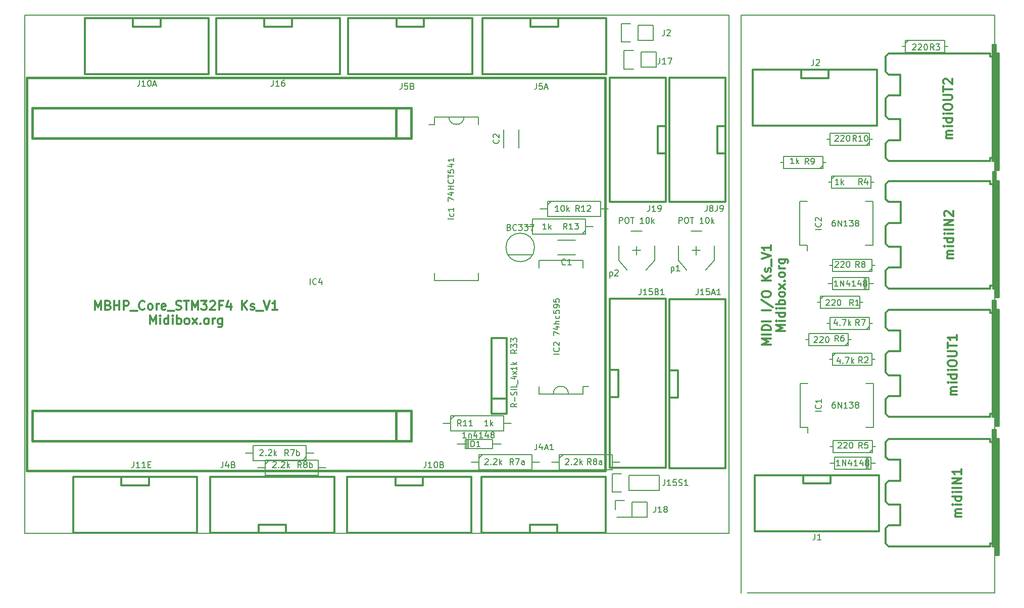
<source format=gbr>
G04 #@! TF.FileFunction,Legend,Top*
%FSLAX46Y46*%
G04 Gerber Fmt 4.6, Leading zero omitted, Abs format (unit mm)*
G04 Created by KiCad (PCBNEW 4.0.2-stable) date 18/08/2016 01:32:27*
%MOMM*%
G01*
G04 APERTURE LIST*
%ADD10C,0.100000*%
%ADD11C,0.300000*%
%ADD12C,0.200000*%
%ADD13C,0.150000*%
%ADD14C,0.381000*%
%ADD15C,0.317500*%
%ADD16C,0.304800*%
%ADD17C,0.299720*%
%ADD18C,0.203200*%
G04 APERTURE END LIST*
D10*
D11*
X164978571Y-68321429D02*
X163478571Y-68321429D01*
X164550000Y-67821429D01*
X163478571Y-67321429D01*
X164978571Y-67321429D01*
X164978571Y-66607143D02*
X163478571Y-66607143D01*
X164978571Y-65892857D02*
X163478571Y-65892857D01*
X163478571Y-65535714D01*
X163550000Y-65321429D01*
X163692857Y-65178571D01*
X163835714Y-65107143D01*
X164121429Y-65035714D01*
X164335714Y-65035714D01*
X164621429Y-65107143D01*
X164764286Y-65178571D01*
X164907143Y-65321429D01*
X164978571Y-65535714D01*
X164978571Y-65892857D01*
X164978571Y-64392857D02*
X163478571Y-64392857D01*
X164978571Y-62535714D02*
X163478571Y-62535714D01*
X163407143Y-60750000D02*
X165335714Y-62035714D01*
X163478571Y-59964285D02*
X163478571Y-59678571D01*
X163550000Y-59535713D01*
X163692857Y-59392856D01*
X163978571Y-59321428D01*
X164478571Y-59321428D01*
X164764286Y-59392856D01*
X164907143Y-59535713D01*
X164978571Y-59678571D01*
X164978571Y-59964285D01*
X164907143Y-60107142D01*
X164764286Y-60249999D01*
X164478571Y-60321428D01*
X163978571Y-60321428D01*
X163692857Y-60249999D01*
X163550000Y-60107142D01*
X163478571Y-59964285D01*
X164978571Y-57535713D02*
X163478571Y-57535713D01*
X164978571Y-56678570D02*
X164121429Y-57321427D01*
X163478571Y-56678570D02*
X164335714Y-57535713D01*
X164907143Y-56107142D02*
X164978571Y-55964285D01*
X164978571Y-55678570D01*
X164907143Y-55535713D01*
X164764286Y-55464285D01*
X164692857Y-55464285D01*
X164550000Y-55535713D01*
X164478571Y-55678570D01*
X164478571Y-55892856D01*
X164407143Y-56035713D01*
X164264286Y-56107142D01*
X164192857Y-56107142D01*
X164050000Y-56035713D01*
X163978571Y-55892856D01*
X163978571Y-55678570D01*
X164050000Y-55535713D01*
X165121429Y-55178570D02*
X165121429Y-54035713D01*
X163478571Y-53892856D02*
X164978571Y-53392856D01*
X163478571Y-52892856D01*
X164978571Y-51607142D02*
X164978571Y-52464285D01*
X164978571Y-52035713D02*
X163478571Y-52035713D01*
X163692857Y-52178570D01*
X163835714Y-52321428D01*
X163907143Y-52464285D01*
X167378571Y-66035715D02*
X165878571Y-66035715D01*
X166950000Y-65535715D01*
X165878571Y-65035715D01*
X167378571Y-65035715D01*
X167378571Y-64321429D02*
X166378571Y-64321429D01*
X165878571Y-64321429D02*
X165950000Y-64392858D01*
X166021429Y-64321429D01*
X165950000Y-64250001D01*
X165878571Y-64321429D01*
X166021429Y-64321429D01*
X167378571Y-62964286D02*
X165878571Y-62964286D01*
X167307143Y-62964286D02*
X167378571Y-63107143D01*
X167378571Y-63392857D01*
X167307143Y-63535715D01*
X167235714Y-63607143D01*
X167092857Y-63678572D01*
X166664286Y-63678572D01*
X166521429Y-63607143D01*
X166450000Y-63535715D01*
X166378571Y-63392857D01*
X166378571Y-63107143D01*
X166450000Y-62964286D01*
X167378571Y-62250000D02*
X166378571Y-62250000D01*
X165878571Y-62250000D02*
X165950000Y-62321429D01*
X166021429Y-62250000D01*
X165950000Y-62178572D01*
X165878571Y-62250000D01*
X166021429Y-62250000D01*
X167378571Y-61535714D02*
X165878571Y-61535714D01*
X166450000Y-61535714D02*
X166378571Y-61392857D01*
X166378571Y-61107143D01*
X166450000Y-60964286D01*
X166521429Y-60892857D01*
X166664286Y-60821428D01*
X167092857Y-60821428D01*
X167235714Y-60892857D01*
X167307143Y-60964286D01*
X167378571Y-61107143D01*
X167378571Y-61392857D01*
X167307143Y-61535714D01*
X167378571Y-59964285D02*
X167307143Y-60107143D01*
X167235714Y-60178571D01*
X167092857Y-60250000D01*
X166664286Y-60250000D01*
X166521429Y-60178571D01*
X166450000Y-60107143D01*
X166378571Y-59964285D01*
X166378571Y-59750000D01*
X166450000Y-59607143D01*
X166521429Y-59535714D01*
X166664286Y-59464285D01*
X167092857Y-59464285D01*
X167235714Y-59535714D01*
X167307143Y-59607143D01*
X167378571Y-59750000D01*
X167378571Y-59964285D01*
X167378571Y-58964285D02*
X166378571Y-58178571D01*
X166378571Y-58964285D02*
X167378571Y-58178571D01*
X167235714Y-57607142D02*
X167307143Y-57535714D01*
X167378571Y-57607142D01*
X167307143Y-57678571D01*
X167235714Y-57607142D01*
X167378571Y-57607142D01*
X167378571Y-56678570D02*
X167307143Y-56821428D01*
X167235714Y-56892856D01*
X167092857Y-56964285D01*
X166664286Y-56964285D01*
X166521429Y-56892856D01*
X166450000Y-56821428D01*
X166378571Y-56678570D01*
X166378571Y-56464285D01*
X166450000Y-56321428D01*
X166521429Y-56249999D01*
X166664286Y-56178570D01*
X167092857Y-56178570D01*
X167235714Y-56249999D01*
X167307143Y-56321428D01*
X167378571Y-56464285D01*
X167378571Y-56678570D01*
X167378571Y-55535713D02*
X166378571Y-55535713D01*
X166664286Y-55535713D02*
X166521429Y-55464285D01*
X166450000Y-55392856D01*
X166378571Y-55249999D01*
X166378571Y-55107142D01*
X166378571Y-53964285D02*
X167592857Y-53964285D01*
X167735714Y-54035714D01*
X167807143Y-54107142D01*
X167878571Y-54249999D01*
X167878571Y-54464285D01*
X167807143Y-54607142D01*
X167307143Y-53964285D02*
X167378571Y-54107142D01*
X167378571Y-54392856D01*
X167307143Y-54535714D01*
X167235714Y-54607142D01*
X167092857Y-54678571D01*
X166664286Y-54678571D01*
X166521429Y-54607142D01*
X166450000Y-54535714D01*
X166378571Y-54392856D01*
X166378571Y-54107142D01*
X166450000Y-53964285D01*
D12*
X158000000Y-100000000D02*
X158000000Y-13000000D01*
X40000000Y-100000000D02*
X158000000Y-100000000D01*
X40000000Y-13000000D02*
X40000000Y-100000000D01*
X158000000Y-13000000D02*
X40000000Y-13000000D01*
D11*
X51750002Y-62478571D02*
X51750002Y-60978571D01*
X52250002Y-62050000D01*
X52750002Y-60978571D01*
X52750002Y-62478571D01*
X53964288Y-61692857D02*
X54178574Y-61764286D01*
X54250002Y-61835714D01*
X54321431Y-61978571D01*
X54321431Y-62192857D01*
X54250002Y-62335714D01*
X54178574Y-62407143D01*
X54035716Y-62478571D01*
X53464288Y-62478571D01*
X53464288Y-60978571D01*
X53964288Y-60978571D01*
X54107145Y-61050000D01*
X54178574Y-61121429D01*
X54250002Y-61264286D01*
X54250002Y-61407143D01*
X54178574Y-61550000D01*
X54107145Y-61621429D01*
X53964288Y-61692857D01*
X53464288Y-61692857D01*
X54964288Y-62478571D02*
X54964288Y-60978571D01*
X54964288Y-61692857D02*
X55821431Y-61692857D01*
X55821431Y-62478571D02*
X55821431Y-60978571D01*
X56535717Y-62478571D02*
X56535717Y-60978571D01*
X57107145Y-60978571D01*
X57250003Y-61050000D01*
X57321431Y-61121429D01*
X57392860Y-61264286D01*
X57392860Y-61478571D01*
X57321431Y-61621429D01*
X57250003Y-61692857D01*
X57107145Y-61764286D01*
X56535717Y-61764286D01*
X57678574Y-62621429D02*
X58821431Y-62621429D01*
X60035717Y-62335714D02*
X59964288Y-62407143D01*
X59750002Y-62478571D01*
X59607145Y-62478571D01*
X59392860Y-62407143D01*
X59250002Y-62264286D01*
X59178574Y-62121429D01*
X59107145Y-61835714D01*
X59107145Y-61621429D01*
X59178574Y-61335714D01*
X59250002Y-61192857D01*
X59392860Y-61050000D01*
X59607145Y-60978571D01*
X59750002Y-60978571D01*
X59964288Y-61050000D01*
X60035717Y-61121429D01*
X60892860Y-62478571D02*
X60750002Y-62407143D01*
X60678574Y-62335714D01*
X60607145Y-62192857D01*
X60607145Y-61764286D01*
X60678574Y-61621429D01*
X60750002Y-61550000D01*
X60892860Y-61478571D01*
X61107145Y-61478571D01*
X61250002Y-61550000D01*
X61321431Y-61621429D01*
X61392860Y-61764286D01*
X61392860Y-62192857D01*
X61321431Y-62335714D01*
X61250002Y-62407143D01*
X61107145Y-62478571D01*
X60892860Y-62478571D01*
X62035717Y-62478571D02*
X62035717Y-61478571D01*
X62035717Y-61764286D02*
X62107145Y-61621429D01*
X62178574Y-61550000D01*
X62321431Y-61478571D01*
X62464288Y-61478571D01*
X63535716Y-62407143D02*
X63392859Y-62478571D01*
X63107145Y-62478571D01*
X62964288Y-62407143D01*
X62892859Y-62264286D01*
X62892859Y-61692857D01*
X62964288Y-61550000D01*
X63107145Y-61478571D01*
X63392859Y-61478571D01*
X63535716Y-61550000D01*
X63607145Y-61692857D01*
X63607145Y-61835714D01*
X62892859Y-61978571D01*
X63892859Y-62621429D02*
X65035716Y-62621429D01*
X65321430Y-62407143D02*
X65535716Y-62478571D01*
X65892859Y-62478571D01*
X66035716Y-62407143D01*
X66107145Y-62335714D01*
X66178573Y-62192857D01*
X66178573Y-62050000D01*
X66107145Y-61907143D01*
X66035716Y-61835714D01*
X65892859Y-61764286D01*
X65607145Y-61692857D01*
X65464287Y-61621429D01*
X65392859Y-61550000D01*
X65321430Y-61407143D01*
X65321430Y-61264286D01*
X65392859Y-61121429D01*
X65464287Y-61050000D01*
X65607145Y-60978571D01*
X65964287Y-60978571D01*
X66178573Y-61050000D01*
X66607144Y-60978571D02*
X67464287Y-60978571D01*
X67035716Y-62478571D02*
X67035716Y-60978571D01*
X67964287Y-62478571D02*
X67964287Y-60978571D01*
X68464287Y-62050000D01*
X68964287Y-60978571D01*
X68964287Y-62478571D01*
X69535716Y-60978571D02*
X70464287Y-60978571D01*
X69964287Y-61550000D01*
X70178573Y-61550000D01*
X70321430Y-61621429D01*
X70392859Y-61692857D01*
X70464287Y-61835714D01*
X70464287Y-62192857D01*
X70392859Y-62335714D01*
X70321430Y-62407143D01*
X70178573Y-62478571D01*
X69750001Y-62478571D01*
X69607144Y-62407143D01*
X69535716Y-62335714D01*
X71035715Y-61121429D02*
X71107144Y-61050000D01*
X71250001Y-60978571D01*
X71607144Y-60978571D01*
X71750001Y-61050000D01*
X71821430Y-61121429D01*
X71892858Y-61264286D01*
X71892858Y-61407143D01*
X71821430Y-61621429D01*
X70964287Y-62478571D01*
X71892858Y-62478571D01*
X73035715Y-61692857D02*
X72535715Y-61692857D01*
X72535715Y-62478571D02*
X72535715Y-60978571D01*
X73250001Y-60978571D01*
X74464286Y-61478571D02*
X74464286Y-62478571D01*
X74107143Y-60907143D02*
X73750000Y-61978571D01*
X74678572Y-61978571D01*
X76392857Y-62478571D02*
X76392857Y-60978571D01*
X77250000Y-62478571D02*
X76607143Y-61621429D01*
X77250000Y-60978571D02*
X76392857Y-61835714D01*
X77821428Y-62407143D02*
X77964285Y-62478571D01*
X78250000Y-62478571D01*
X78392857Y-62407143D01*
X78464285Y-62264286D01*
X78464285Y-62192857D01*
X78392857Y-62050000D01*
X78250000Y-61978571D01*
X78035714Y-61978571D01*
X77892857Y-61907143D01*
X77821428Y-61764286D01*
X77821428Y-61692857D01*
X77892857Y-61550000D01*
X78035714Y-61478571D01*
X78250000Y-61478571D01*
X78392857Y-61550000D01*
X78750000Y-62621429D02*
X79892857Y-62621429D01*
X80035714Y-60978571D02*
X80535714Y-62478571D01*
X81035714Y-60978571D01*
X82321428Y-62478571D02*
X81464285Y-62478571D01*
X81892857Y-62478571D02*
X81892857Y-60978571D01*
X81750000Y-61192857D01*
X81607142Y-61335714D01*
X81464285Y-61407143D01*
X60964285Y-64878571D02*
X60964285Y-63378571D01*
X61464285Y-64450000D01*
X61964285Y-63378571D01*
X61964285Y-64878571D01*
X62678571Y-64878571D02*
X62678571Y-63878571D01*
X62678571Y-63378571D02*
X62607142Y-63450000D01*
X62678571Y-63521429D01*
X62749999Y-63450000D01*
X62678571Y-63378571D01*
X62678571Y-63521429D01*
X64035714Y-64878571D02*
X64035714Y-63378571D01*
X64035714Y-64807143D02*
X63892857Y-64878571D01*
X63607143Y-64878571D01*
X63464285Y-64807143D01*
X63392857Y-64735714D01*
X63321428Y-64592857D01*
X63321428Y-64164286D01*
X63392857Y-64021429D01*
X63464285Y-63950000D01*
X63607143Y-63878571D01*
X63892857Y-63878571D01*
X64035714Y-63950000D01*
X64750000Y-64878571D02*
X64750000Y-63878571D01*
X64750000Y-63378571D02*
X64678571Y-63450000D01*
X64750000Y-63521429D01*
X64821428Y-63450000D01*
X64750000Y-63378571D01*
X64750000Y-63521429D01*
X65464286Y-64878571D02*
X65464286Y-63378571D01*
X65464286Y-63950000D02*
X65607143Y-63878571D01*
X65892857Y-63878571D01*
X66035714Y-63950000D01*
X66107143Y-64021429D01*
X66178572Y-64164286D01*
X66178572Y-64592857D01*
X66107143Y-64735714D01*
X66035714Y-64807143D01*
X65892857Y-64878571D01*
X65607143Y-64878571D01*
X65464286Y-64807143D01*
X67035715Y-64878571D02*
X66892857Y-64807143D01*
X66821429Y-64735714D01*
X66750000Y-64592857D01*
X66750000Y-64164286D01*
X66821429Y-64021429D01*
X66892857Y-63950000D01*
X67035715Y-63878571D01*
X67250000Y-63878571D01*
X67392857Y-63950000D01*
X67464286Y-64021429D01*
X67535715Y-64164286D01*
X67535715Y-64592857D01*
X67464286Y-64735714D01*
X67392857Y-64807143D01*
X67250000Y-64878571D01*
X67035715Y-64878571D01*
X68035715Y-64878571D02*
X68821429Y-63878571D01*
X68035715Y-63878571D02*
X68821429Y-64878571D01*
X69392858Y-64735714D02*
X69464286Y-64807143D01*
X69392858Y-64878571D01*
X69321429Y-64807143D01*
X69392858Y-64735714D01*
X69392858Y-64878571D01*
X70321430Y-64878571D02*
X70178572Y-64807143D01*
X70107144Y-64735714D01*
X70035715Y-64592857D01*
X70035715Y-64164286D01*
X70107144Y-64021429D01*
X70178572Y-63950000D01*
X70321430Y-63878571D01*
X70535715Y-63878571D01*
X70678572Y-63950000D01*
X70750001Y-64021429D01*
X70821430Y-64164286D01*
X70821430Y-64592857D01*
X70750001Y-64735714D01*
X70678572Y-64807143D01*
X70535715Y-64878571D01*
X70321430Y-64878571D01*
X71464287Y-64878571D02*
X71464287Y-63878571D01*
X71464287Y-64164286D02*
X71535715Y-64021429D01*
X71607144Y-63950000D01*
X71750001Y-63878571D01*
X71892858Y-63878571D01*
X73035715Y-63878571D02*
X73035715Y-65092857D01*
X72964286Y-65235714D01*
X72892858Y-65307143D01*
X72750001Y-65378571D01*
X72535715Y-65378571D01*
X72392858Y-65307143D01*
X73035715Y-64807143D02*
X72892858Y-64878571D01*
X72607144Y-64878571D01*
X72464286Y-64807143D01*
X72392858Y-64735714D01*
X72321429Y-64592857D01*
X72321429Y-64164286D01*
X72392858Y-64021429D01*
X72464286Y-63950000D01*
X72607144Y-63878571D01*
X72892858Y-63878571D01*
X73035715Y-63950000D01*
D13*
X202500000Y-13000000D02*
X160000000Y-13000000D01*
X160000000Y-110000000D02*
X160000000Y-13000000D01*
X202500000Y-110000000D02*
X161000000Y-110000000D01*
X202500000Y-13000000D02*
X202500000Y-110000000D01*
X131080000Y-76566000D02*
G75*
G03X128540000Y-76566000I-1270000J0D01*
G01*
X133485000Y-76575000D02*
X133485000Y-75305000D01*
X126135000Y-76575000D02*
X126135000Y-75305000D01*
X126135000Y-54205000D02*
X126135000Y-55475000D01*
X133485000Y-54205000D02*
X133485000Y-55475000D01*
X133485000Y-76575000D02*
X126135000Y-76575000D01*
X133485000Y-54205000D02*
X126135000Y-54205000D01*
X133485000Y-75305000D02*
X134420000Y-75305000D01*
X111040000Y-30094000D02*
G75*
G03X113580000Y-30094000I1270000J0D01*
G01*
X108635000Y-30085000D02*
X108635000Y-31355000D01*
X115985000Y-30085000D02*
X115985000Y-31355000D01*
X115985000Y-57535000D02*
X115985000Y-56265000D01*
X108635000Y-57535000D02*
X108635000Y-56265000D01*
X108635000Y-30085000D02*
X115985000Y-30085000D01*
X108635000Y-57535000D02*
X115985000Y-57535000D01*
X108635000Y-31355000D02*
X107700000Y-31355000D01*
D14*
X41230000Y-79360000D02*
X104730000Y-79360000D01*
X104730000Y-79360000D02*
X104730000Y-84440000D01*
X41230000Y-79360000D02*
X41230000Y-84440000D01*
X41230000Y-84440000D02*
X104730000Y-84440000D01*
X102178500Y-79360000D02*
X102178500Y-84440000D01*
X102178500Y-28560000D02*
X102178500Y-33640000D01*
X41230000Y-33640000D02*
X104730000Y-33640000D01*
X137280000Y-23500000D02*
X40280000Y-23500000D01*
X40280000Y-89500000D02*
X137280000Y-89500000D01*
X137280000Y-89500000D02*
X137280000Y-23500000D01*
X40280000Y-89500000D02*
X40280000Y-23500000D01*
X41230000Y-28560000D02*
X41230000Y-33640000D01*
X104730000Y-28560000D02*
X104730000Y-33640000D01*
X41230000Y-28560000D02*
X104730000Y-28560000D01*
D13*
X118366520Y-84997460D02*
X119763520Y-84997460D01*
X113921520Y-84997460D02*
X112397520Y-84997460D01*
X114302520Y-84235460D02*
X114302520Y-85759460D01*
X114048520Y-84235460D02*
X114048520Y-85759460D01*
X113794520Y-84997460D02*
X113794520Y-85759460D01*
X113794520Y-85759460D02*
X118366520Y-85759460D01*
X118366520Y-85759460D02*
X118366520Y-84235460D01*
X118366520Y-84235460D02*
X113794520Y-84235460D01*
X113794520Y-84235460D02*
X113794520Y-84997460D01*
X142770000Y-14730000D02*
X145310000Y-14730000D01*
X139950000Y-14450000D02*
X141500000Y-14450000D01*
X142770000Y-14730000D02*
X142770000Y-17270000D01*
X141500000Y-17550000D02*
X139950000Y-17550000D01*
X139950000Y-17550000D02*
X139950000Y-14450000D01*
X142770000Y-17270000D02*
X145310000Y-17270000D01*
X145310000Y-17270000D02*
X145310000Y-14730000D01*
X141230000Y-92770000D02*
X146310000Y-92770000D01*
X146310000Y-92770000D02*
X146310000Y-90230000D01*
X146310000Y-90230000D02*
X141230000Y-90230000D01*
X138410000Y-89950000D02*
X139960000Y-89950000D01*
X141230000Y-90230000D02*
X141230000Y-92770000D01*
X139960000Y-93050000D02*
X138410000Y-93050000D01*
X138410000Y-93050000D02*
X138410000Y-89950000D01*
X143230000Y-19230000D02*
X145770000Y-19230000D01*
X140410000Y-18950000D02*
X141960000Y-18950000D01*
X143230000Y-19230000D02*
X143230000Y-21770000D01*
X141960000Y-22050000D02*
X140410000Y-22050000D01*
X140410000Y-22050000D02*
X140410000Y-18950000D01*
X143230000Y-21770000D02*
X145770000Y-21770000D01*
X145770000Y-21770000D02*
X145770000Y-19230000D01*
D15*
X118230000Y-79930000D02*
X118230000Y-67230000D01*
X120770000Y-67230000D02*
X120770000Y-79930000D01*
D16*
X118230000Y-77390000D02*
X120770000Y-77390000D01*
D15*
X118230000Y-67230000D02*
X120770000Y-67230000D01*
D16*
X120770000Y-79930000D02*
X118230000Y-79930000D01*
D13*
X111340000Y-80230000D02*
X111340000Y-82770000D01*
X111340000Y-82770000D02*
X120230000Y-82770000D01*
X120230000Y-82770000D02*
X120230000Y-80230000D01*
X120230000Y-80230000D02*
X111340000Y-80230000D01*
X111340000Y-80865000D02*
X111975000Y-80230000D01*
X111340000Y-81500000D02*
X110070000Y-81500000D01*
X120230000Y-81500000D02*
X121500000Y-81500000D01*
X129555000Y-86730000D02*
X129555000Y-89270000D01*
X129555000Y-89270000D02*
X138445000Y-89270000D01*
X138445000Y-89270000D02*
X138445000Y-86730000D01*
X138445000Y-86730000D02*
X129555000Y-86730000D01*
X129555000Y-87365000D02*
X130190000Y-86730000D01*
X129555000Y-88000000D02*
X128285000Y-88000000D01*
X138445000Y-88000000D02*
X139715000Y-88000000D01*
X80270000Y-87730000D02*
X80270000Y-90270000D01*
X80270000Y-90270000D02*
X89160000Y-90270000D01*
X89160000Y-90270000D02*
X89160000Y-87730000D01*
X89160000Y-87730000D02*
X80270000Y-87730000D01*
X80270000Y-88365000D02*
X80905000Y-87730000D01*
X80270000Y-89000000D02*
X79000000Y-89000000D01*
X89160000Y-89000000D02*
X90430000Y-89000000D01*
X133945000Y-49770000D02*
X133945000Y-47230000D01*
X133945000Y-47230000D02*
X125055000Y-47230000D01*
X125055000Y-47230000D02*
X125055000Y-49770000D01*
X125055000Y-49770000D02*
X133945000Y-49770000D01*
X133945000Y-49135000D02*
X133310000Y-49770000D01*
X133945000Y-48500000D02*
X135215000Y-48500000D01*
X125055000Y-48500000D02*
X123785000Y-48500000D01*
X87160000Y-87770000D02*
X87160000Y-85230000D01*
X87160000Y-85230000D02*
X78270000Y-85230000D01*
X78270000Y-85230000D02*
X78270000Y-87770000D01*
X78270000Y-87770000D02*
X87160000Y-87770000D01*
X87160000Y-87135000D02*
X86525000Y-87770000D01*
X87160000Y-86500000D02*
X88430000Y-86500000D01*
X78270000Y-86500000D02*
X77000000Y-86500000D01*
X116055000Y-86730000D02*
X116055000Y-89270000D01*
X116055000Y-89270000D02*
X124945000Y-89270000D01*
X124945000Y-89270000D02*
X124945000Y-86730000D01*
X124945000Y-86730000D02*
X116055000Y-86730000D01*
X116055000Y-87365000D02*
X116690000Y-86730000D01*
X116055000Y-88000000D02*
X114785000Y-88000000D01*
X124945000Y-88000000D02*
X126215000Y-88000000D01*
X127555000Y-44230000D02*
X127555000Y-46770000D01*
X127555000Y-46770000D02*
X136445000Y-46770000D01*
X136445000Y-46770000D02*
X136445000Y-44230000D01*
X136445000Y-44230000D02*
X127555000Y-44230000D01*
X127555000Y-44865000D02*
X128190000Y-44230000D01*
X127555000Y-45500000D02*
X126285000Y-45500000D01*
X136445000Y-45500000D02*
X137715000Y-45500000D01*
X143399160Y-49249440D02*
X141600840Y-49249440D01*
X142500000Y-51799600D02*
X142500000Y-53201680D01*
X143201040Y-52500640D02*
X141798960Y-52500640D01*
X140899800Y-55751840D02*
X139500260Y-54199900D01*
X139500260Y-54199900D02*
X139500260Y-51700540D01*
X144100200Y-55751840D02*
X145499740Y-54199900D01*
X145499740Y-54199900D02*
X145499740Y-51700540D01*
X153399160Y-49249440D02*
X151600840Y-49249440D01*
X152500000Y-51799600D02*
X152500000Y-53201680D01*
X153201040Y-52500640D02*
X151798960Y-52500640D01*
X150899800Y-55751840D02*
X149500260Y-54199900D01*
X149500260Y-54199900D02*
X149500260Y-51700540D01*
X154100200Y-55751840D02*
X155499740Y-54199900D01*
X155499740Y-54199900D02*
X155499740Y-51700540D01*
X138910000Y-96000000D02*
X138910000Y-94450000D01*
X140460000Y-94450000D02*
X138910000Y-94450000D01*
X139190000Y-97270000D02*
X141730000Y-97270000D01*
X144270000Y-94730000D02*
X141730000Y-94730000D01*
X141730000Y-94730000D02*
X141730000Y-97270000D01*
X141730000Y-97270000D02*
X144270000Y-97270000D01*
X144270000Y-97270000D02*
X144270000Y-94730000D01*
X120968000Y-53270000D02*
X125032000Y-53270000D01*
X125396231Y-52000000D02*
G75*
G03X125396231Y-52000000I-2396231J0D01*
G01*
D16*
X147430000Y-44320000D02*
X147430000Y-23520000D01*
X138030000Y-23520000D02*
X138030000Y-44320000D01*
X138030000Y-44320000D02*
X147430000Y-44320000D01*
X138030000Y-23520000D02*
X147430000Y-23520000D01*
D17*
X147430000Y-31620000D02*
X146030000Y-31620000D01*
X146030000Y-31620000D02*
X146030000Y-36220000D01*
X146030000Y-36220000D02*
X147430000Y-36220000D01*
D16*
X92820000Y-13570000D02*
X72020000Y-13570000D01*
X72020000Y-22970000D02*
X92820000Y-22970000D01*
X92820000Y-22970000D02*
X92820000Y-13570000D01*
X72020000Y-22970000D02*
X72020000Y-13570000D01*
D17*
X80120000Y-13570000D02*
X80120000Y-14970000D01*
X80120000Y-14970000D02*
X84720000Y-14970000D01*
X84720000Y-14970000D02*
X84720000Y-13570000D01*
D16*
X68860000Y-90530000D02*
X48060000Y-90530000D01*
X48060000Y-99930000D02*
X68860000Y-99930000D01*
X68860000Y-99930000D02*
X68860000Y-90530000D01*
X48060000Y-99930000D02*
X48060000Y-90530000D01*
D17*
X56160000Y-90530000D02*
X56160000Y-91930000D01*
X56160000Y-91930000D02*
X60760000Y-91930000D01*
X60760000Y-91930000D02*
X60760000Y-90530000D01*
D16*
X114820000Y-90530000D02*
X94020000Y-90530000D01*
X94020000Y-99930000D02*
X114820000Y-99930000D01*
X114820000Y-99930000D02*
X114820000Y-90530000D01*
X94020000Y-99930000D02*
X94020000Y-90530000D01*
D17*
X102120000Y-90530000D02*
X102120000Y-91930000D01*
X102120000Y-91930000D02*
X106720000Y-91930000D01*
X106720000Y-91930000D02*
X106720000Y-90530000D01*
D16*
X70820000Y-13530000D02*
X50020000Y-13530000D01*
X50020000Y-22930000D02*
X70820000Y-22930000D01*
X70820000Y-22930000D02*
X70820000Y-13530000D01*
X50020000Y-22930000D02*
X50020000Y-13530000D01*
D17*
X58120000Y-13530000D02*
X58120000Y-14930000D01*
X58120000Y-14930000D02*
X62720000Y-14930000D01*
X62720000Y-14930000D02*
X62720000Y-13530000D01*
D16*
X157430000Y-44320000D02*
X157430000Y-23520000D01*
X148030000Y-23520000D02*
X148030000Y-44320000D01*
X148030000Y-44320000D02*
X157430000Y-44320000D01*
X148030000Y-23520000D02*
X157430000Y-23520000D01*
D17*
X157430000Y-31620000D02*
X156030000Y-31620000D01*
X156030000Y-31620000D02*
X156030000Y-36220000D01*
X156030000Y-36220000D02*
X157430000Y-36220000D01*
D16*
X114980000Y-13530000D02*
X94180000Y-13530000D01*
X94180000Y-22930000D02*
X114980000Y-22930000D01*
X114980000Y-22930000D02*
X114980000Y-13530000D01*
X94180000Y-22930000D02*
X94180000Y-13530000D01*
D17*
X102280000Y-13530000D02*
X102280000Y-14930000D01*
X102280000Y-14930000D02*
X106880000Y-14930000D01*
X106880000Y-14930000D02*
X106880000Y-13530000D01*
D16*
X137440000Y-13570000D02*
X116640000Y-13570000D01*
X116640000Y-22970000D02*
X137440000Y-22970000D01*
X137440000Y-22970000D02*
X137440000Y-13570000D01*
X116640000Y-22970000D02*
X116640000Y-13570000D01*
D17*
X124740000Y-13570000D02*
X124740000Y-14970000D01*
X124740000Y-14970000D02*
X129340000Y-14970000D01*
X129340000Y-14970000D02*
X129340000Y-13570000D01*
D16*
X71020000Y-99930000D02*
X91820000Y-99930000D01*
X91820000Y-90530000D02*
X71020000Y-90530000D01*
X71020000Y-90530000D02*
X71020000Y-99930000D01*
X91820000Y-90530000D02*
X91820000Y-99930000D01*
D17*
X83720000Y-99930000D02*
X83720000Y-98530000D01*
X83720000Y-98530000D02*
X79120000Y-98530000D01*
X79120000Y-98530000D02*
X79120000Y-99930000D01*
D16*
X116520000Y-99930000D02*
X137320000Y-99930000D01*
X137320000Y-90530000D02*
X116520000Y-90530000D01*
X116520000Y-90530000D02*
X116520000Y-99930000D01*
X137320000Y-90530000D02*
X137320000Y-99930000D01*
D17*
X129220000Y-99930000D02*
X129220000Y-98530000D01*
X129220000Y-98530000D02*
X124620000Y-98530000D01*
X124620000Y-98530000D02*
X124620000Y-99930000D01*
D16*
X138030000Y-60610000D02*
X138030000Y-89010000D01*
X147430000Y-89010000D02*
X147430000Y-60610000D01*
X147430000Y-60610000D02*
X138030000Y-60610000D01*
X147430000Y-89010000D02*
X138030000Y-89010000D01*
D17*
X138030000Y-77110000D02*
X139430000Y-77110000D01*
X139430000Y-77110000D02*
X139430000Y-72510000D01*
X139430000Y-72510000D02*
X138030000Y-72510000D01*
D16*
X148030000Y-60690000D02*
X148030000Y-89090000D01*
X157430000Y-89090000D02*
X157430000Y-60690000D01*
X157430000Y-60690000D02*
X148030000Y-60690000D01*
X157430000Y-89090000D02*
X148030000Y-89090000D01*
D17*
X148030000Y-77190000D02*
X149430000Y-77190000D01*
X149430000Y-77190000D02*
X149430000Y-72590000D01*
X149430000Y-72590000D02*
X148030000Y-72590000D01*
D13*
X132250000Y-53250000D02*
X129250000Y-53250000D01*
X129250000Y-50750000D02*
X132250000Y-50750000D01*
X120250000Y-35250000D02*
X120250000Y-32250000D01*
X122750000Y-32250000D02*
X122750000Y-35250000D01*
X182530000Y-88190000D02*
X181768000Y-88190000D01*
X181768000Y-88190000D02*
X181768000Y-87174000D01*
X181768000Y-87174000D02*
X175672000Y-87174000D01*
X175672000Y-87174000D02*
X175672000Y-88190000D01*
X175672000Y-88190000D02*
X174910000Y-88190000D01*
X175672000Y-88190000D02*
X175672000Y-89206000D01*
X175672000Y-89206000D02*
X181768000Y-89206000D01*
X181768000Y-89206000D02*
X181768000Y-88190000D01*
X181260000Y-87174000D02*
X181260000Y-89206000D01*
X181006000Y-89206000D02*
X181006000Y-87174000D01*
X182200000Y-58070000D02*
X181438000Y-58070000D01*
X181438000Y-58070000D02*
X181438000Y-57054000D01*
X181438000Y-57054000D02*
X175342000Y-57054000D01*
X175342000Y-57054000D02*
X175342000Y-58070000D01*
X175342000Y-58070000D02*
X174580000Y-58070000D01*
X175342000Y-58070000D02*
X175342000Y-59086000D01*
X175342000Y-59086000D02*
X181438000Y-59086000D01*
X181438000Y-59086000D02*
X181438000Y-58070000D01*
X180930000Y-57054000D02*
X180930000Y-59086000D01*
X180676000Y-59086000D02*
X180676000Y-57054000D01*
X169955000Y-82155000D02*
X171225000Y-82155000D01*
X169955000Y-74805000D02*
X171225000Y-74805000D01*
X182165000Y-74805000D02*
X180895000Y-74805000D01*
X182165000Y-82155000D02*
X180895000Y-82155000D01*
X169955000Y-82155000D02*
X169955000Y-74805000D01*
X182165000Y-82155000D02*
X182165000Y-74805000D01*
X171225000Y-82155000D02*
X171225000Y-83090000D01*
X169875000Y-51635000D02*
X171145000Y-51635000D01*
X169875000Y-44285000D02*
X171145000Y-44285000D01*
X182085000Y-44285000D02*
X180815000Y-44285000D01*
X182085000Y-51635000D02*
X180815000Y-51635000D01*
X169875000Y-51635000D02*
X169875000Y-44285000D01*
X182085000Y-51635000D02*
X182085000Y-44285000D01*
X171145000Y-51635000D02*
X171145000Y-52570000D01*
D16*
X202475040Y-102146459D02*
X202475040Y-82646879D01*
X202723960Y-84148019D02*
X202723960Y-102146459D01*
X202975420Y-103647599D02*
X202975420Y-84148019D01*
X184725520Y-102146459D02*
X201725740Y-102146459D01*
X184725520Y-102146459D02*
X184225140Y-101646079D01*
X184225140Y-101646079D02*
X184225140Y-99146719D01*
X184225140Y-99146719D02*
X184725520Y-98646339D01*
X184725520Y-98646339D02*
X186724500Y-98646339D01*
X186724500Y-98646339D02*
X186724500Y-95146219D01*
X184725520Y-84148019D02*
X201725740Y-84148019D01*
X184725520Y-84148019D02*
X184225140Y-84648399D01*
X184225140Y-84648399D02*
X184225140Y-86647379D01*
X184225140Y-86647379D02*
X184225140Y-87147759D01*
X184225140Y-87147759D02*
X184725520Y-87648139D01*
X184725520Y-87648139D02*
X186724500Y-87648139D01*
X186724500Y-87648139D02*
X186724500Y-91148259D01*
X184225140Y-94648379D02*
X184725520Y-95146219D01*
X184725520Y-95146219D02*
X186724500Y-95146219D01*
X184225140Y-94648379D02*
X184225140Y-91646099D01*
X184225140Y-91646099D02*
X184725520Y-91148259D01*
X184725520Y-91148259D02*
X186724500Y-91148259D01*
X202723960Y-82646879D02*
X202723960Y-84148019D01*
X202723960Y-84148019D02*
X203224340Y-84148019D01*
X203224340Y-84148019D02*
X203224340Y-103647599D01*
X202723960Y-103647599D02*
X202723960Y-102146459D01*
X202723960Y-102146459D02*
X202223580Y-102146459D01*
X202223580Y-102146459D02*
X202223580Y-82646879D01*
X201725740Y-84148019D02*
X201725740Y-84648399D01*
X201725740Y-102146459D02*
X201725740Y-101646079D01*
X202223580Y-84648399D02*
X201725740Y-84648399D01*
X201725740Y-101646079D02*
X202223580Y-101646079D01*
X203224340Y-103647599D02*
X202723960Y-103647599D01*
X202223580Y-82646879D02*
X202723960Y-82646879D01*
X202482600Y-58887960D02*
X202482600Y-39388380D01*
X202731520Y-40889520D02*
X202731520Y-58887960D01*
X202982980Y-60389100D02*
X202982980Y-40889520D01*
X184733080Y-58887960D02*
X201733300Y-58887960D01*
X184733080Y-58887960D02*
X184232700Y-58387580D01*
X184232700Y-58387580D02*
X184232700Y-55888220D01*
X184232700Y-55888220D02*
X184733080Y-55387840D01*
X184733080Y-55387840D02*
X186732060Y-55387840D01*
X186732060Y-55387840D02*
X186732060Y-51887720D01*
X184733080Y-40889520D02*
X201733300Y-40889520D01*
X184733080Y-40889520D02*
X184232700Y-41389900D01*
X184232700Y-41389900D02*
X184232700Y-43388880D01*
X184232700Y-43388880D02*
X184232700Y-43889260D01*
X184232700Y-43889260D02*
X184733080Y-44389640D01*
X184733080Y-44389640D02*
X186732060Y-44389640D01*
X186732060Y-44389640D02*
X186732060Y-47889760D01*
X184232700Y-51389880D02*
X184733080Y-51887720D01*
X184733080Y-51887720D02*
X186732060Y-51887720D01*
X184232700Y-51389880D02*
X184232700Y-48387600D01*
X184232700Y-48387600D02*
X184733080Y-47889760D01*
X184733080Y-47889760D02*
X186732060Y-47889760D01*
X202731520Y-39388380D02*
X202731520Y-40889520D01*
X202731520Y-40889520D02*
X203231900Y-40889520D01*
X203231900Y-40889520D02*
X203231900Y-60389100D01*
X202731520Y-60389100D02*
X202731520Y-58887960D01*
X202731520Y-58887960D02*
X202231140Y-58887960D01*
X202231140Y-58887960D02*
X202231140Y-39388380D01*
X201733300Y-40889520D02*
X201733300Y-41389900D01*
X201733300Y-58887960D02*
X201733300Y-58387580D01*
X202231140Y-41389900D02*
X201733300Y-41389900D01*
X201733300Y-58387580D02*
X202231140Y-58387580D01*
X203231900Y-60389100D02*
X202731520Y-60389100D01*
X202231140Y-39388380D02*
X202731520Y-39388380D01*
X202475040Y-80446459D02*
X202475040Y-60946879D01*
X202723960Y-62448019D02*
X202723960Y-80446459D01*
X202975420Y-81947599D02*
X202975420Y-62448019D01*
X184725520Y-80446459D02*
X201725740Y-80446459D01*
X184725520Y-80446459D02*
X184225140Y-79946079D01*
X184225140Y-79946079D02*
X184225140Y-77446719D01*
X184225140Y-77446719D02*
X184725520Y-76946339D01*
X184725520Y-76946339D02*
X186724500Y-76946339D01*
X186724500Y-76946339D02*
X186724500Y-73446219D01*
X184725520Y-62448019D02*
X201725740Y-62448019D01*
X184725520Y-62448019D02*
X184225140Y-62948399D01*
X184225140Y-62948399D02*
X184225140Y-64947379D01*
X184225140Y-64947379D02*
X184225140Y-65447759D01*
X184225140Y-65447759D02*
X184725520Y-65948139D01*
X184725520Y-65948139D02*
X186724500Y-65948139D01*
X186724500Y-65948139D02*
X186724500Y-69448259D01*
X184225140Y-72948379D02*
X184725520Y-73446219D01*
X184725520Y-73446219D02*
X186724500Y-73446219D01*
X184225140Y-72948379D02*
X184225140Y-69946099D01*
X184225140Y-69946099D02*
X184725520Y-69448259D01*
X184725520Y-69448259D02*
X186724500Y-69448259D01*
X202723960Y-60946879D02*
X202723960Y-62448019D01*
X202723960Y-62448019D02*
X203224340Y-62448019D01*
X203224340Y-62448019D02*
X203224340Y-81947599D01*
X202723960Y-81947599D02*
X202723960Y-80446459D01*
X202723960Y-80446459D02*
X202223580Y-80446459D01*
X202223580Y-80446459D02*
X202223580Y-60946879D01*
X201725740Y-62448019D02*
X201725740Y-62948399D01*
X201725740Y-80446459D02*
X201725740Y-79946079D01*
X202223580Y-62948399D02*
X201725740Y-62948399D01*
X201725740Y-79946079D02*
X202223580Y-79946079D01*
X203224340Y-81947599D02*
X202723960Y-81947599D01*
X202223580Y-60946879D02*
X202723960Y-60946879D01*
X202472600Y-37487960D02*
X202472600Y-17988380D01*
X202721520Y-19489520D02*
X202721520Y-37487960D01*
X202972980Y-38989100D02*
X202972980Y-19489520D01*
X184723080Y-37487960D02*
X201723300Y-37487960D01*
X184723080Y-37487960D02*
X184222700Y-36987580D01*
X184222700Y-36987580D02*
X184222700Y-34488220D01*
X184222700Y-34488220D02*
X184723080Y-33987840D01*
X184723080Y-33987840D02*
X186722060Y-33987840D01*
X186722060Y-33987840D02*
X186722060Y-30487720D01*
X184723080Y-19489520D02*
X201723300Y-19489520D01*
X184723080Y-19489520D02*
X184222700Y-19989900D01*
X184222700Y-19989900D02*
X184222700Y-21988880D01*
X184222700Y-21988880D02*
X184222700Y-22489260D01*
X184222700Y-22489260D02*
X184723080Y-22989640D01*
X184723080Y-22989640D02*
X186722060Y-22989640D01*
X186722060Y-22989640D02*
X186722060Y-26489760D01*
X184222700Y-29989880D02*
X184723080Y-30487720D01*
X184723080Y-30487720D02*
X186722060Y-30487720D01*
X184222700Y-29989880D02*
X184222700Y-26987600D01*
X184222700Y-26987600D02*
X184723080Y-26489760D01*
X184723080Y-26489760D02*
X186722060Y-26489760D01*
X202721520Y-17988380D02*
X202721520Y-19489520D01*
X202721520Y-19489520D02*
X203221900Y-19489520D01*
X203221900Y-19489520D02*
X203221900Y-38989100D01*
X202721520Y-38989100D02*
X202721520Y-37487960D01*
X202721520Y-37487960D02*
X202221140Y-37487960D01*
X202221140Y-37487960D02*
X202221140Y-17988380D01*
X201723300Y-19489520D02*
X201723300Y-19989900D01*
X201723300Y-37487960D02*
X201723300Y-36987580D01*
X202221140Y-19989900D02*
X201723300Y-19989900D01*
X201723300Y-36987580D02*
X202221140Y-36987580D01*
X203221900Y-38989100D02*
X202721520Y-38989100D01*
X202221140Y-17988380D02*
X202721520Y-17988380D01*
X183130000Y-90210000D02*
X162330000Y-90210000D01*
X162330000Y-99610000D02*
X183130000Y-99610000D01*
X183130000Y-99610000D02*
X183130000Y-90210000D01*
X162330000Y-99610000D02*
X162330000Y-90210000D01*
D17*
X170430000Y-90210000D02*
X170430000Y-91610000D01*
X170430000Y-91610000D02*
X175030000Y-91610000D01*
X175030000Y-91610000D02*
X175030000Y-90210000D01*
D16*
X182770000Y-22190000D02*
X161970000Y-22190000D01*
X161970000Y-31590000D02*
X182770000Y-31590000D01*
X182770000Y-31590000D02*
X182770000Y-22190000D01*
X161970000Y-31590000D02*
X161970000Y-22190000D01*
D17*
X170070000Y-22190000D02*
X170070000Y-23590000D01*
X170070000Y-23590000D02*
X174670000Y-23590000D01*
X174670000Y-23590000D02*
X174670000Y-22190000D01*
D13*
X172820000Y-61160000D02*
X173328000Y-61160000D01*
X180440000Y-61160000D02*
X179932000Y-61160000D01*
X179932000Y-61160000D02*
X179932000Y-60144000D01*
X179932000Y-60144000D02*
X173328000Y-60144000D01*
X173328000Y-60144000D02*
X173328000Y-62176000D01*
X173328000Y-62176000D02*
X179932000Y-62176000D01*
X179932000Y-62176000D02*
X179932000Y-61160000D01*
X173328000Y-60652000D02*
X173836000Y-60144000D01*
X174860000Y-70800000D02*
X175368000Y-70800000D01*
X182480000Y-70800000D02*
X181972000Y-70800000D01*
X181972000Y-70800000D02*
X181972000Y-69784000D01*
X181972000Y-69784000D02*
X175368000Y-69784000D01*
X175368000Y-69784000D02*
X175368000Y-71816000D01*
X175368000Y-71816000D02*
X181972000Y-71816000D01*
X181972000Y-71816000D02*
X181972000Y-70800000D01*
X175368000Y-70292000D02*
X175876000Y-69784000D01*
X187040000Y-18290000D02*
X187548000Y-18290000D01*
X194660000Y-18290000D02*
X194152000Y-18290000D01*
X194152000Y-18290000D02*
X194152000Y-17274000D01*
X194152000Y-17274000D02*
X187548000Y-17274000D01*
X187548000Y-17274000D02*
X187548000Y-19306000D01*
X187548000Y-19306000D02*
X194152000Y-19306000D01*
X194152000Y-19306000D02*
X194152000Y-18290000D01*
X187548000Y-17782000D02*
X188056000Y-17274000D01*
X174640000Y-41030000D02*
X175148000Y-41030000D01*
X182260000Y-41030000D02*
X181752000Y-41030000D01*
X181752000Y-41030000D02*
X181752000Y-40014000D01*
X181752000Y-40014000D02*
X175148000Y-40014000D01*
X175148000Y-40014000D02*
X175148000Y-42046000D01*
X175148000Y-42046000D02*
X181752000Y-42046000D01*
X181752000Y-42046000D02*
X181752000Y-41030000D01*
X175148000Y-40522000D02*
X175656000Y-40014000D01*
X182580000Y-85380000D02*
X182072000Y-85380000D01*
X174960000Y-85380000D02*
X175468000Y-85380000D01*
X175468000Y-85380000D02*
X175468000Y-86396000D01*
X175468000Y-86396000D02*
X182072000Y-86396000D01*
X182072000Y-86396000D02*
X182072000Y-84364000D01*
X182072000Y-84364000D02*
X175468000Y-84364000D01*
X175468000Y-84364000D02*
X175468000Y-85380000D01*
X182072000Y-85888000D02*
X181564000Y-86396000D01*
X178460000Y-67430000D02*
X177952000Y-67430000D01*
X170840000Y-67430000D02*
X171348000Y-67430000D01*
X171348000Y-67430000D02*
X171348000Y-68446000D01*
X171348000Y-68446000D02*
X177952000Y-68446000D01*
X177952000Y-68446000D02*
X177952000Y-66414000D01*
X177952000Y-66414000D02*
X171348000Y-66414000D01*
X171348000Y-66414000D02*
X171348000Y-67430000D01*
X177952000Y-67938000D02*
X177444000Y-68446000D01*
X182010000Y-64750000D02*
X181502000Y-64750000D01*
X174390000Y-64750000D02*
X174898000Y-64750000D01*
X174898000Y-64750000D02*
X174898000Y-65766000D01*
X174898000Y-65766000D02*
X181502000Y-65766000D01*
X181502000Y-65766000D02*
X181502000Y-63734000D01*
X181502000Y-63734000D02*
X174898000Y-63734000D01*
X174898000Y-63734000D02*
X174898000Y-64750000D01*
X181502000Y-65258000D02*
X180994000Y-65766000D01*
X182480000Y-55030000D02*
X181972000Y-55030000D01*
X174860000Y-55030000D02*
X175368000Y-55030000D01*
X175368000Y-55030000D02*
X175368000Y-56046000D01*
X175368000Y-56046000D02*
X181972000Y-56046000D01*
X181972000Y-56046000D02*
X181972000Y-54014000D01*
X181972000Y-54014000D02*
X175368000Y-54014000D01*
X175368000Y-54014000D02*
X175368000Y-55030000D01*
X181972000Y-55538000D02*
X181464000Y-56046000D01*
X174280000Y-37710000D02*
X173772000Y-37710000D01*
X166660000Y-37710000D02*
X167168000Y-37710000D01*
X167168000Y-37710000D02*
X167168000Y-38726000D01*
X167168000Y-38726000D02*
X173772000Y-38726000D01*
X173772000Y-38726000D02*
X173772000Y-36694000D01*
X173772000Y-36694000D02*
X167168000Y-36694000D01*
X167168000Y-36694000D02*
X167168000Y-37710000D01*
X173772000Y-38218000D02*
X173264000Y-38726000D01*
X182020000Y-33850000D02*
X181512000Y-33850000D01*
X174400000Y-33850000D02*
X174908000Y-33850000D01*
X174908000Y-33850000D02*
X174908000Y-34866000D01*
X174908000Y-34866000D02*
X181512000Y-34866000D01*
X181512000Y-34866000D02*
X181512000Y-32834000D01*
X181512000Y-32834000D02*
X174908000Y-32834000D01*
X174908000Y-32834000D02*
X174908000Y-33850000D01*
X181512000Y-34358000D02*
X181004000Y-34866000D01*
X129572381Y-69899048D02*
X128572381Y-69899048D01*
X129477143Y-68851429D02*
X129524762Y-68899048D01*
X129572381Y-69041905D01*
X129572381Y-69137143D01*
X129524762Y-69280001D01*
X129429524Y-69375239D01*
X129334286Y-69422858D01*
X129143810Y-69470477D01*
X129000952Y-69470477D01*
X128810476Y-69422858D01*
X128715238Y-69375239D01*
X128620000Y-69280001D01*
X128572381Y-69137143D01*
X128572381Y-69041905D01*
X128620000Y-68899048D01*
X128667619Y-68851429D01*
X128667619Y-68470477D02*
X128620000Y-68422858D01*
X128572381Y-68327620D01*
X128572381Y-68089524D01*
X128620000Y-67994286D01*
X128667619Y-67946667D01*
X128762857Y-67899048D01*
X128858095Y-67899048D01*
X129000952Y-67946667D01*
X129572381Y-68518096D01*
X129572381Y-67899048D01*
X128572381Y-66803810D02*
X128572381Y-66137143D01*
X129572381Y-66565715D01*
X128905714Y-65327619D02*
X129572381Y-65327619D01*
X128524762Y-65565715D02*
X129239048Y-65803810D01*
X129239048Y-65184762D01*
X129572381Y-64803810D02*
X128572381Y-64803810D01*
X129572381Y-64375238D02*
X129048571Y-64375238D01*
X128953333Y-64422857D01*
X128905714Y-64518095D01*
X128905714Y-64660953D01*
X128953333Y-64756191D01*
X129000952Y-64803810D01*
X129524762Y-63470476D02*
X129572381Y-63565714D01*
X129572381Y-63756191D01*
X129524762Y-63851429D01*
X129477143Y-63899048D01*
X129381905Y-63946667D01*
X129096190Y-63946667D01*
X129000952Y-63899048D01*
X128953333Y-63851429D01*
X128905714Y-63756191D01*
X128905714Y-63565714D01*
X128953333Y-63470476D01*
X128572381Y-62565714D02*
X128572381Y-63041905D01*
X129048571Y-63089524D01*
X129000952Y-63041905D01*
X128953333Y-62946667D01*
X128953333Y-62708571D01*
X129000952Y-62613333D01*
X129048571Y-62565714D01*
X129143810Y-62518095D01*
X129381905Y-62518095D01*
X129477143Y-62565714D01*
X129524762Y-62613333D01*
X129572381Y-62708571D01*
X129572381Y-62946667D01*
X129524762Y-63041905D01*
X129477143Y-63089524D01*
X129572381Y-62041905D02*
X129572381Y-61851429D01*
X129524762Y-61756190D01*
X129477143Y-61708571D01*
X129334286Y-61613333D01*
X129143810Y-61565714D01*
X128762857Y-61565714D01*
X128667619Y-61613333D01*
X128620000Y-61660952D01*
X128572381Y-61756190D01*
X128572381Y-61946667D01*
X128620000Y-62041905D01*
X128667619Y-62089524D01*
X128762857Y-62137143D01*
X129000952Y-62137143D01*
X129096190Y-62089524D01*
X129143810Y-62041905D01*
X129191429Y-61946667D01*
X129191429Y-61756190D01*
X129143810Y-61660952D01*
X129096190Y-61613333D01*
X129000952Y-61565714D01*
X128572381Y-60660952D02*
X128572381Y-61137143D01*
X129048571Y-61184762D01*
X129000952Y-61137143D01*
X128953333Y-61041905D01*
X128953333Y-60803809D01*
X129000952Y-60708571D01*
X129048571Y-60660952D01*
X129143810Y-60613333D01*
X129381905Y-60613333D01*
X129477143Y-60660952D01*
X129524762Y-60708571D01*
X129572381Y-60803809D01*
X129572381Y-61041905D01*
X129524762Y-61137143D01*
X129477143Y-61184762D01*
X111872381Y-47211429D02*
X111205714Y-47211429D01*
X110872381Y-47211429D02*
X110920000Y-47259048D01*
X110967619Y-47211429D01*
X110920000Y-47163810D01*
X110872381Y-47211429D01*
X110967619Y-47211429D01*
X111824762Y-46306667D02*
X111872381Y-46401905D01*
X111872381Y-46592382D01*
X111824762Y-46687620D01*
X111777143Y-46735239D01*
X111681905Y-46782858D01*
X111396190Y-46782858D01*
X111300952Y-46735239D01*
X111253333Y-46687620D01*
X111205714Y-46592382D01*
X111205714Y-46401905D01*
X111253333Y-46306667D01*
X111872381Y-45354286D02*
X111872381Y-45925715D01*
X111872381Y-45640001D02*
X110872381Y-45640001D01*
X111015238Y-45735239D01*
X111110476Y-45830477D01*
X111158095Y-45925715D01*
X110872381Y-44259048D02*
X110872381Y-43592381D01*
X111872381Y-44020953D01*
X111205714Y-42782857D02*
X111872381Y-42782857D01*
X110824762Y-43020953D02*
X111539048Y-43259048D01*
X111539048Y-42640000D01*
X111872381Y-42259048D02*
X110872381Y-42259048D01*
X111348571Y-42259048D02*
X111348571Y-41687619D01*
X111872381Y-41687619D02*
X110872381Y-41687619D01*
X111777143Y-40640000D02*
X111824762Y-40687619D01*
X111872381Y-40830476D01*
X111872381Y-40925714D01*
X111824762Y-41068572D01*
X111729524Y-41163810D01*
X111634286Y-41211429D01*
X111443810Y-41259048D01*
X111300952Y-41259048D01*
X111110476Y-41211429D01*
X111015238Y-41163810D01*
X110920000Y-41068572D01*
X110872381Y-40925714D01*
X110872381Y-40830476D01*
X110920000Y-40687619D01*
X110967619Y-40640000D01*
X110872381Y-40354286D02*
X110872381Y-39782857D01*
X111872381Y-40068572D02*
X110872381Y-40068572D01*
X110872381Y-38973333D02*
X110872381Y-39449524D01*
X111348571Y-39497143D01*
X111300952Y-39449524D01*
X111253333Y-39354286D01*
X111253333Y-39116190D01*
X111300952Y-39020952D01*
X111348571Y-38973333D01*
X111443810Y-38925714D01*
X111681905Y-38925714D01*
X111777143Y-38973333D01*
X111824762Y-39020952D01*
X111872381Y-39116190D01*
X111872381Y-39354286D01*
X111824762Y-39449524D01*
X111777143Y-39497143D01*
X111205714Y-38068571D02*
X111872381Y-38068571D01*
X110824762Y-38306667D02*
X111539048Y-38544762D01*
X111539048Y-37925714D01*
X111872381Y-37020952D02*
X111872381Y-37592381D01*
X111872381Y-37306667D02*
X110872381Y-37306667D01*
X111015238Y-37401905D01*
X111110476Y-37497143D01*
X111158095Y-37592381D01*
D18*
X87788191Y-58229619D02*
X87788191Y-57213619D01*
X88852572Y-58132857D02*
X88804191Y-58181238D01*
X88659048Y-58229619D01*
X88562286Y-58229619D01*
X88417144Y-58181238D01*
X88320382Y-58084476D01*
X88272001Y-57987714D01*
X88223620Y-57794190D01*
X88223620Y-57649048D01*
X88272001Y-57455524D01*
X88320382Y-57358762D01*
X88417144Y-57262000D01*
X88562286Y-57213619D01*
X88659048Y-57213619D01*
X88804191Y-57262000D01*
X88852572Y-57310381D01*
X89723429Y-57552286D02*
X89723429Y-58229619D01*
X89481525Y-57165238D02*
X89239620Y-57890952D01*
X89868572Y-57890952D01*
D13*
X114762425Y-85449841D02*
X114762425Y-84449841D01*
X115000520Y-84449841D01*
X115143378Y-84497460D01*
X115238616Y-84592698D01*
X115286235Y-84687936D01*
X115333854Y-84878412D01*
X115333854Y-85021270D01*
X115286235Y-85211746D01*
X115238616Y-85306984D01*
X115143378Y-85402222D01*
X115000520Y-85449841D01*
X114762425Y-85449841D01*
X116286235Y-85449841D02*
X115714806Y-85449841D01*
X116000520Y-85449841D02*
X116000520Y-84449841D01*
X115905282Y-84592698D01*
X115810044Y-84687936D01*
X115714806Y-84735555D01*
X113928572Y-83952381D02*
X113357143Y-83952381D01*
X113642857Y-83952381D02*
X113642857Y-82952381D01*
X113547619Y-83095238D01*
X113452381Y-83190476D01*
X113357143Y-83238095D01*
X114357143Y-83285714D02*
X114357143Y-83952381D01*
X114357143Y-83380952D02*
X114404762Y-83333333D01*
X114500000Y-83285714D01*
X114642858Y-83285714D01*
X114738096Y-83333333D01*
X114785715Y-83428571D01*
X114785715Y-83952381D01*
X115690477Y-83285714D02*
X115690477Y-83952381D01*
X115452381Y-82904762D02*
X115214286Y-83619048D01*
X115833334Y-83619048D01*
X116738096Y-83952381D02*
X116166667Y-83952381D01*
X116452381Y-83952381D02*
X116452381Y-82952381D01*
X116357143Y-83095238D01*
X116261905Y-83190476D01*
X116166667Y-83238095D01*
X117595239Y-83285714D02*
X117595239Y-83952381D01*
X117357143Y-82904762D02*
X117119048Y-83619048D01*
X117738096Y-83619048D01*
X118261905Y-83380952D02*
X118166667Y-83333333D01*
X118119048Y-83285714D01*
X118071429Y-83190476D01*
X118071429Y-83142857D01*
X118119048Y-83047619D01*
X118166667Y-83000000D01*
X118261905Y-82952381D01*
X118452382Y-82952381D01*
X118547620Y-83000000D01*
X118595239Y-83047619D01*
X118642858Y-83142857D01*
X118642858Y-83190476D01*
X118595239Y-83285714D01*
X118547620Y-83333333D01*
X118452382Y-83380952D01*
X118261905Y-83380952D01*
X118166667Y-83428571D01*
X118119048Y-83476190D01*
X118071429Y-83571429D01*
X118071429Y-83761905D01*
X118119048Y-83857143D01*
X118166667Y-83904762D01*
X118261905Y-83952381D01*
X118452382Y-83952381D01*
X118547620Y-83904762D01*
X118595239Y-83857143D01*
X118642858Y-83761905D01*
X118642858Y-83571429D01*
X118595239Y-83476190D01*
X118547620Y-83428571D01*
X118452382Y-83380952D01*
X147166667Y-15452381D02*
X147166667Y-16166667D01*
X147119047Y-16309524D01*
X147023809Y-16404762D01*
X146880952Y-16452381D01*
X146785714Y-16452381D01*
X147595238Y-15547619D02*
X147642857Y-15500000D01*
X147738095Y-15452381D01*
X147976191Y-15452381D01*
X148071429Y-15500000D01*
X148119048Y-15547619D01*
X148166667Y-15642857D01*
X148166667Y-15738095D01*
X148119048Y-15880952D01*
X147547619Y-16452381D01*
X148166667Y-16452381D01*
X147238096Y-90952381D02*
X147238096Y-91666667D01*
X147190476Y-91809524D01*
X147095238Y-91904762D01*
X146952381Y-91952381D01*
X146857143Y-91952381D01*
X148238096Y-91952381D02*
X147666667Y-91952381D01*
X147952381Y-91952381D02*
X147952381Y-90952381D01*
X147857143Y-91095238D01*
X147761905Y-91190476D01*
X147666667Y-91238095D01*
X149142858Y-90952381D02*
X148666667Y-90952381D01*
X148619048Y-91428571D01*
X148666667Y-91380952D01*
X148761905Y-91333333D01*
X149000001Y-91333333D01*
X149095239Y-91380952D01*
X149142858Y-91428571D01*
X149190477Y-91523810D01*
X149190477Y-91761905D01*
X149142858Y-91857143D01*
X149095239Y-91904762D01*
X149000001Y-91952381D01*
X148761905Y-91952381D01*
X148666667Y-91904762D01*
X148619048Y-91857143D01*
X149571429Y-91904762D02*
X149714286Y-91952381D01*
X149952382Y-91952381D01*
X150047620Y-91904762D01*
X150095239Y-91857143D01*
X150142858Y-91761905D01*
X150142858Y-91666667D01*
X150095239Y-91571429D01*
X150047620Y-91523810D01*
X149952382Y-91476190D01*
X149761905Y-91428571D01*
X149666667Y-91380952D01*
X149619048Y-91333333D01*
X149571429Y-91238095D01*
X149571429Y-91142857D01*
X149619048Y-91047619D01*
X149666667Y-91000000D01*
X149761905Y-90952381D01*
X150000001Y-90952381D01*
X150142858Y-91000000D01*
X151095239Y-91952381D02*
X150523810Y-91952381D01*
X150809524Y-91952381D02*
X150809524Y-90952381D01*
X150714286Y-91095238D01*
X150619048Y-91190476D01*
X150523810Y-91238095D01*
X146400477Y-20202381D02*
X146400477Y-20916667D01*
X146352857Y-21059524D01*
X146257619Y-21154762D01*
X146114762Y-21202381D01*
X146019524Y-21202381D01*
X147400477Y-21202381D02*
X146829048Y-21202381D01*
X147114762Y-21202381D02*
X147114762Y-20202381D01*
X147019524Y-20345238D01*
X146924286Y-20440476D01*
X146829048Y-20488095D01*
X147733810Y-20202381D02*
X148400477Y-20202381D01*
X147971905Y-21202381D01*
D18*
X122459619Y-69153143D02*
X121975810Y-69491809D01*
X122459619Y-69733714D02*
X121443619Y-69733714D01*
X121443619Y-69346667D01*
X121492000Y-69249905D01*
X121540381Y-69201524D01*
X121637143Y-69153143D01*
X121782286Y-69153143D01*
X121879048Y-69201524D01*
X121927429Y-69249905D01*
X121975810Y-69346667D01*
X121975810Y-69733714D01*
X121443619Y-68814476D02*
X121443619Y-68185524D01*
X121830667Y-68524190D01*
X121830667Y-68379048D01*
X121879048Y-68282286D01*
X121927429Y-68233905D01*
X122024190Y-68185524D01*
X122266095Y-68185524D01*
X122362857Y-68233905D01*
X122411238Y-68282286D01*
X122459619Y-68379048D01*
X122459619Y-68669333D01*
X122411238Y-68766095D01*
X122362857Y-68814476D01*
X121443619Y-67846857D02*
X121443619Y-67217905D01*
X121830667Y-67556571D01*
X121830667Y-67411429D01*
X121879048Y-67314667D01*
X121927429Y-67266286D01*
X122024190Y-67217905D01*
X122266095Y-67217905D01*
X122362857Y-67266286D01*
X122411238Y-67314667D01*
X122459619Y-67411429D01*
X122459619Y-67701714D01*
X122411238Y-67798476D01*
X122362857Y-67846857D01*
X122459619Y-78175000D02*
X121975810Y-78471334D01*
X122459619Y-78683000D02*
X121443619Y-78683000D01*
X121443619Y-78344334D01*
X121492000Y-78259667D01*
X121540381Y-78217334D01*
X121637143Y-78175000D01*
X121782286Y-78175000D01*
X121879048Y-78217334D01*
X121927429Y-78259667D01*
X121975810Y-78344334D01*
X121975810Y-78683000D01*
X122072571Y-77794000D02*
X122072571Y-77116667D01*
X122411238Y-76735667D02*
X122459619Y-76608667D01*
X122459619Y-76397000D01*
X122411238Y-76312333D01*
X122362857Y-76270000D01*
X122266095Y-76227667D01*
X122169333Y-76227667D01*
X122072571Y-76270000D01*
X122024190Y-76312333D01*
X121975810Y-76397000D01*
X121927429Y-76566333D01*
X121879048Y-76651000D01*
X121830667Y-76693333D01*
X121733905Y-76735667D01*
X121637143Y-76735667D01*
X121540381Y-76693333D01*
X121492000Y-76651000D01*
X121443619Y-76566333D01*
X121443619Y-76354667D01*
X121492000Y-76227667D01*
X122459619Y-75846666D02*
X121443619Y-75846666D01*
X122459619Y-75000000D02*
X122459619Y-75423333D01*
X121443619Y-75423333D01*
X122556381Y-74915333D02*
X122556381Y-74238000D01*
X121782286Y-73645333D02*
X122459619Y-73645333D01*
X121395238Y-73857000D02*
X122120952Y-74068667D01*
X122120952Y-73518333D01*
X122459619Y-73264333D02*
X121782286Y-72798666D01*
X121782286Y-73264333D02*
X122459619Y-72798666D01*
X122459619Y-71994333D02*
X122459619Y-72502333D01*
X122459619Y-72248333D02*
X121443619Y-72248333D01*
X121588762Y-72332999D01*
X121685524Y-72417666D01*
X121733905Y-72502333D01*
X122459619Y-71613332D02*
X121443619Y-71613332D01*
X122072571Y-71528666D02*
X122459619Y-71274666D01*
X121782286Y-71274666D02*
X122169333Y-71613332D01*
D13*
X113099143Y-81952381D02*
X112765809Y-81476190D01*
X112527714Y-81952381D02*
X112527714Y-80952381D01*
X112908667Y-80952381D01*
X113003905Y-81000000D01*
X113051524Y-81047619D01*
X113099143Y-81142857D01*
X113099143Y-81285714D01*
X113051524Y-81380952D01*
X113003905Y-81428571D01*
X112908667Y-81476190D01*
X112527714Y-81476190D01*
X114051524Y-81952381D02*
X113480095Y-81952381D01*
X113765809Y-81952381D02*
X113765809Y-80952381D01*
X113670571Y-81095238D01*
X113575333Y-81190476D01*
X113480095Y-81238095D01*
X115003905Y-81952381D02*
X114432476Y-81952381D01*
X114718190Y-81952381D02*
X114718190Y-80952381D01*
X114622952Y-81095238D01*
X114527714Y-81190476D01*
X114432476Y-81238095D01*
X117622953Y-81952381D02*
X117051524Y-81952381D01*
X117337238Y-81952381D02*
X117337238Y-80952381D01*
X117242000Y-81095238D01*
X117146762Y-81190476D01*
X117051524Y-81238095D01*
X118051524Y-81952381D02*
X118051524Y-80952381D01*
X118146762Y-81571429D02*
X118432477Y-81952381D01*
X118432477Y-81285714D02*
X118051524Y-81666667D01*
X134880953Y-88452381D02*
X134547619Y-87976190D01*
X134309524Y-88452381D02*
X134309524Y-87452381D01*
X134690477Y-87452381D01*
X134785715Y-87500000D01*
X134833334Y-87547619D01*
X134880953Y-87642857D01*
X134880953Y-87785714D01*
X134833334Y-87880952D01*
X134785715Y-87928571D01*
X134690477Y-87976190D01*
X134309524Y-87976190D01*
X135452381Y-87880952D02*
X135357143Y-87833333D01*
X135309524Y-87785714D01*
X135261905Y-87690476D01*
X135261905Y-87642857D01*
X135309524Y-87547619D01*
X135357143Y-87500000D01*
X135452381Y-87452381D01*
X135642858Y-87452381D01*
X135738096Y-87500000D01*
X135785715Y-87547619D01*
X135833334Y-87642857D01*
X135833334Y-87690476D01*
X135785715Y-87785714D01*
X135738096Y-87833333D01*
X135642858Y-87880952D01*
X135452381Y-87880952D01*
X135357143Y-87928571D01*
X135309524Y-87976190D01*
X135261905Y-88071429D01*
X135261905Y-88261905D01*
X135309524Y-88357143D01*
X135357143Y-88404762D01*
X135452381Y-88452381D01*
X135642858Y-88452381D01*
X135738096Y-88404762D01*
X135785715Y-88357143D01*
X135833334Y-88261905D01*
X135833334Y-88071429D01*
X135785715Y-87976190D01*
X135738096Y-87928571D01*
X135642858Y-87880952D01*
X136690477Y-88452381D02*
X136690477Y-87928571D01*
X136642858Y-87833333D01*
X136547620Y-87785714D01*
X136357143Y-87785714D01*
X136261905Y-87833333D01*
X136690477Y-88404762D02*
X136595239Y-88452381D01*
X136357143Y-88452381D01*
X136261905Y-88404762D01*
X136214286Y-88309524D01*
X136214286Y-88214286D01*
X136261905Y-88119048D01*
X136357143Y-88071429D01*
X136595239Y-88071429D01*
X136690477Y-88023810D01*
X130595238Y-87547619D02*
X130642857Y-87500000D01*
X130738095Y-87452381D01*
X130976191Y-87452381D01*
X131071429Y-87500000D01*
X131119048Y-87547619D01*
X131166667Y-87642857D01*
X131166667Y-87738095D01*
X131119048Y-87880952D01*
X130547619Y-88452381D01*
X131166667Y-88452381D01*
X131595238Y-88357143D02*
X131642857Y-88404762D01*
X131595238Y-88452381D01*
X131547619Y-88404762D01*
X131595238Y-88357143D01*
X131595238Y-88452381D01*
X132023809Y-87547619D02*
X132071428Y-87500000D01*
X132166666Y-87452381D01*
X132404762Y-87452381D01*
X132500000Y-87500000D01*
X132547619Y-87547619D01*
X132595238Y-87642857D01*
X132595238Y-87738095D01*
X132547619Y-87880952D01*
X131976190Y-88452381D01*
X132595238Y-88452381D01*
X133023809Y-88452381D02*
X133023809Y-87452381D01*
X133119047Y-88071429D02*
X133404762Y-88452381D01*
X133404762Y-87785714D02*
X133023809Y-88166667D01*
X86310953Y-88952381D02*
X85977619Y-88476190D01*
X85739524Y-88952381D02*
X85739524Y-87952381D01*
X86120477Y-87952381D01*
X86215715Y-88000000D01*
X86263334Y-88047619D01*
X86310953Y-88142857D01*
X86310953Y-88285714D01*
X86263334Y-88380952D01*
X86215715Y-88428571D01*
X86120477Y-88476190D01*
X85739524Y-88476190D01*
X86882381Y-88380952D02*
X86787143Y-88333333D01*
X86739524Y-88285714D01*
X86691905Y-88190476D01*
X86691905Y-88142857D01*
X86739524Y-88047619D01*
X86787143Y-88000000D01*
X86882381Y-87952381D01*
X87072858Y-87952381D01*
X87168096Y-88000000D01*
X87215715Y-88047619D01*
X87263334Y-88142857D01*
X87263334Y-88190476D01*
X87215715Y-88285714D01*
X87168096Y-88333333D01*
X87072858Y-88380952D01*
X86882381Y-88380952D01*
X86787143Y-88428571D01*
X86739524Y-88476190D01*
X86691905Y-88571429D01*
X86691905Y-88761905D01*
X86739524Y-88857143D01*
X86787143Y-88904762D01*
X86882381Y-88952381D01*
X87072858Y-88952381D01*
X87168096Y-88904762D01*
X87215715Y-88857143D01*
X87263334Y-88761905D01*
X87263334Y-88571429D01*
X87215715Y-88476190D01*
X87168096Y-88428571D01*
X87072858Y-88380952D01*
X87691905Y-88952381D02*
X87691905Y-87952381D01*
X87691905Y-88333333D02*
X87787143Y-88285714D01*
X87977620Y-88285714D01*
X88072858Y-88333333D01*
X88120477Y-88380952D01*
X88168096Y-88476190D01*
X88168096Y-88761905D01*
X88120477Y-88857143D01*
X88072858Y-88904762D01*
X87977620Y-88952381D01*
X87787143Y-88952381D01*
X87691905Y-88904762D01*
X81525238Y-88047619D02*
X81572857Y-88000000D01*
X81668095Y-87952381D01*
X81906191Y-87952381D01*
X82001429Y-88000000D01*
X82049048Y-88047619D01*
X82096667Y-88142857D01*
X82096667Y-88238095D01*
X82049048Y-88380952D01*
X81477619Y-88952381D01*
X82096667Y-88952381D01*
X82525238Y-88857143D02*
X82572857Y-88904762D01*
X82525238Y-88952381D01*
X82477619Y-88904762D01*
X82525238Y-88857143D01*
X82525238Y-88952381D01*
X82953809Y-88047619D02*
X83001428Y-88000000D01*
X83096666Y-87952381D01*
X83334762Y-87952381D01*
X83430000Y-88000000D01*
X83477619Y-88047619D01*
X83525238Y-88142857D01*
X83525238Y-88238095D01*
X83477619Y-88380952D01*
X82906190Y-88952381D01*
X83525238Y-88952381D01*
X83953809Y-88952381D02*
X83953809Y-87952381D01*
X84049047Y-88571429D02*
X84334762Y-88952381D01*
X84334762Y-88285714D02*
X83953809Y-88666667D01*
X130850143Y-48952381D02*
X130516809Y-48476190D01*
X130278714Y-48952381D02*
X130278714Y-47952381D01*
X130659667Y-47952381D01*
X130754905Y-48000000D01*
X130802524Y-48047619D01*
X130850143Y-48142857D01*
X130850143Y-48285714D01*
X130802524Y-48380952D01*
X130754905Y-48428571D01*
X130659667Y-48476190D01*
X130278714Y-48476190D01*
X131802524Y-48952381D02*
X131231095Y-48952381D01*
X131516809Y-48952381D02*
X131516809Y-47952381D01*
X131421571Y-48095238D01*
X131326333Y-48190476D01*
X131231095Y-48238095D01*
X132135857Y-47952381D02*
X132754905Y-47952381D01*
X132421571Y-48333333D01*
X132564429Y-48333333D01*
X132659667Y-48380952D01*
X132707286Y-48428571D01*
X132754905Y-48523810D01*
X132754905Y-48761905D01*
X132707286Y-48857143D01*
X132659667Y-48904762D01*
X132564429Y-48952381D01*
X132278714Y-48952381D01*
X132183476Y-48904762D01*
X132135857Y-48857143D01*
X127373953Y-48952381D02*
X126802524Y-48952381D01*
X127088238Y-48952381D02*
X127088238Y-47952381D01*
X126993000Y-48095238D01*
X126897762Y-48190476D01*
X126802524Y-48238095D01*
X127802524Y-48952381D02*
X127802524Y-47952381D01*
X127897762Y-48571429D02*
X128183477Y-48952381D01*
X128183477Y-48285714D02*
X127802524Y-48666667D01*
X84138953Y-86952381D02*
X83805619Y-86476190D01*
X83567524Y-86952381D02*
X83567524Y-85952381D01*
X83948477Y-85952381D01*
X84043715Y-86000000D01*
X84091334Y-86047619D01*
X84138953Y-86142857D01*
X84138953Y-86285714D01*
X84091334Y-86380952D01*
X84043715Y-86428571D01*
X83948477Y-86476190D01*
X83567524Y-86476190D01*
X84472286Y-85952381D02*
X85138953Y-85952381D01*
X84710381Y-86952381D01*
X85519905Y-86952381D02*
X85519905Y-85952381D01*
X85519905Y-86333333D02*
X85615143Y-86285714D01*
X85805620Y-86285714D01*
X85900858Y-86333333D01*
X85948477Y-86380952D01*
X85996096Y-86476190D01*
X85996096Y-86761905D01*
X85948477Y-86857143D01*
X85900858Y-86904762D01*
X85805620Y-86952381D01*
X85615143Y-86952381D01*
X85519905Y-86904762D01*
X79353238Y-86042618D02*
X79400857Y-85994999D01*
X79496095Y-85947380D01*
X79734191Y-85947380D01*
X79829429Y-85994999D01*
X79877048Y-86042618D01*
X79924667Y-86137856D01*
X79924667Y-86233094D01*
X79877048Y-86375951D01*
X79305619Y-86947380D01*
X79924667Y-86947380D01*
X80353238Y-86852142D02*
X80400857Y-86899761D01*
X80353238Y-86947380D01*
X80305619Y-86899761D01*
X80353238Y-86852142D01*
X80353238Y-86947380D01*
X80781809Y-86042618D02*
X80829428Y-85994999D01*
X80924666Y-85947380D01*
X81162762Y-85947380D01*
X81258000Y-85994999D01*
X81305619Y-86042618D01*
X81353238Y-86137856D01*
X81353238Y-86233094D01*
X81305619Y-86375951D01*
X80734190Y-86947380D01*
X81353238Y-86947380D01*
X81781809Y-86947380D02*
X81781809Y-85947380D01*
X81877047Y-86566428D02*
X82162762Y-86947380D01*
X82162762Y-86280713D02*
X81781809Y-86661666D01*
X121873953Y-88452381D02*
X121540619Y-87976190D01*
X121302524Y-88452381D02*
X121302524Y-87452381D01*
X121683477Y-87452381D01*
X121778715Y-87500000D01*
X121826334Y-87547619D01*
X121873953Y-87642857D01*
X121873953Y-87785714D01*
X121826334Y-87880952D01*
X121778715Y-87928571D01*
X121683477Y-87976190D01*
X121302524Y-87976190D01*
X122207286Y-87452381D02*
X122873953Y-87452381D01*
X122445381Y-88452381D01*
X123683477Y-88452381D02*
X123683477Y-87928571D01*
X123635858Y-87833333D01*
X123540620Y-87785714D01*
X123350143Y-87785714D01*
X123254905Y-87833333D01*
X123683477Y-88404762D02*
X123588239Y-88452381D01*
X123350143Y-88452381D01*
X123254905Y-88404762D01*
X123207286Y-88309524D01*
X123207286Y-88214286D01*
X123254905Y-88119048D01*
X123350143Y-88071429D01*
X123588239Y-88071429D01*
X123683477Y-88023810D01*
X117088238Y-87547619D02*
X117135857Y-87500000D01*
X117231095Y-87452381D01*
X117469191Y-87452381D01*
X117564429Y-87500000D01*
X117612048Y-87547619D01*
X117659667Y-87642857D01*
X117659667Y-87738095D01*
X117612048Y-87880952D01*
X117040619Y-88452381D01*
X117659667Y-88452381D01*
X118088238Y-88357143D02*
X118135857Y-88404762D01*
X118088238Y-88452381D01*
X118040619Y-88404762D01*
X118088238Y-88357143D01*
X118088238Y-88452381D01*
X118516809Y-87547619D02*
X118564428Y-87500000D01*
X118659666Y-87452381D01*
X118897762Y-87452381D01*
X118993000Y-87500000D01*
X119040619Y-87547619D01*
X119088238Y-87642857D01*
X119088238Y-87738095D01*
X119040619Y-87880952D01*
X118469190Y-88452381D01*
X119088238Y-88452381D01*
X119516809Y-88452381D02*
X119516809Y-87452381D01*
X119612047Y-88071429D02*
X119897762Y-88452381D01*
X119897762Y-87785714D02*
X119516809Y-88166667D01*
X132900143Y-45952381D02*
X132566809Y-45476190D01*
X132328714Y-45952381D02*
X132328714Y-44952381D01*
X132709667Y-44952381D01*
X132804905Y-45000000D01*
X132852524Y-45047619D01*
X132900143Y-45142857D01*
X132900143Y-45285714D01*
X132852524Y-45380952D01*
X132804905Y-45428571D01*
X132709667Y-45476190D01*
X132328714Y-45476190D01*
X133852524Y-45952381D02*
X133281095Y-45952381D01*
X133566809Y-45952381D02*
X133566809Y-44952381D01*
X133471571Y-45095238D01*
X133376333Y-45190476D01*
X133281095Y-45238095D01*
X134233476Y-45047619D02*
X134281095Y-45000000D01*
X134376333Y-44952381D01*
X134614429Y-44952381D01*
X134709667Y-45000000D01*
X134757286Y-45047619D01*
X134804905Y-45142857D01*
X134804905Y-45238095D01*
X134757286Y-45380952D01*
X134185857Y-45952381D01*
X134804905Y-45952381D01*
X129447762Y-45952381D02*
X128876333Y-45952381D01*
X129162047Y-45952381D02*
X129162047Y-44952381D01*
X129066809Y-45095238D01*
X128971571Y-45190476D01*
X128876333Y-45238095D01*
X130066809Y-44952381D02*
X130162048Y-44952381D01*
X130257286Y-45000000D01*
X130304905Y-45047619D01*
X130352524Y-45142857D01*
X130400143Y-45333333D01*
X130400143Y-45571429D01*
X130352524Y-45761905D01*
X130304905Y-45857143D01*
X130257286Y-45904762D01*
X130162048Y-45952381D01*
X130066809Y-45952381D01*
X129971571Y-45904762D01*
X129923952Y-45857143D01*
X129876333Y-45761905D01*
X129828714Y-45571429D01*
X129828714Y-45333333D01*
X129876333Y-45142857D01*
X129923952Y-45047619D01*
X129971571Y-45000000D01*
X130066809Y-44952381D01*
X130828714Y-45952381D02*
X130828714Y-44952381D01*
X130923952Y-45571429D02*
X131209667Y-45952381D01*
X131209667Y-45285714D02*
X130828714Y-45666667D01*
X137999524Y-56096354D02*
X137999524Y-57096354D01*
X137999524Y-56143973D02*
X138094762Y-56096354D01*
X138285239Y-56096354D01*
X138380477Y-56143973D01*
X138428096Y-56191592D01*
X138475715Y-56286830D01*
X138475715Y-56572545D01*
X138428096Y-56667783D01*
X138380477Y-56715402D01*
X138285239Y-56763021D01*
X138094762Y-56763021D01*
X137999524Y-56715402D01*
X138856667Y-55858259D02*
X138904286Y-55810640D01*
X138999524Y-55763021D01*
X139237620Y-55763021D01*
X139332858Y-55810640D01*
X139380477Y-55858259D01*
X139428096Y-55953497D01*
X139428096Y-56048735D01*
X139380477Y-56191592D01*
X138809048Y-56763021D01*
X139428096Y-56763021D01*
X139595238Y-47952381D02*
X139595238Y-46952381D01*
X139976191Y-46952381D01*
X140071429Y-47000000D01*
X140119048Y-47047619D01*
X140166667Y-47142857D01*
X140166667Y-47285714D01*
X140119048Y-47380952D01*
X140071429Y-47428571D01*
X139976191Y-47476190D01*
X139595238Y-47476190D01*
X140785714Y-46952381D02*
X140976191Y-46952381D01*
X141071429Y-47000000D01*
X141166667Y-47095238D01*
X141214286Y-47285714D01*
X141214286Y-47619048D01*
X141166667Y-47809524D01*
X141071429Y-47904762D01*
X140976191Y-47952381D01*
X140785714Y-47952381D01*
X140690476Y-47904762D01*
X140595238Y-47809524D01*
X140547619Y-47619048D01*
X140547619Y-47285714D01*
X140595238Y-47095238D01*
X140690476Y-47000000D01*
X140785714Y-46952381D01*
X141500000Y-46952381D02*
X142071429Y-46952381D01*
X141785714Y-47952381D02*
X141785714Y-46952381D01*
X143690477Y-47952381D02*
X143119048Y-47952381D01*
X143404762Y-47952381D02*
X143404762Y-46952381D01*
X143309524Y-47095238D01*
X143214286Y-47190476D01*
X143119048Y-47238095D01*
X144309524Y-46952381D02*
X144404763Y-46952381D01*
X144500001Y-47000000D01*
X144547620Y-47047619D01*
X144595239Y-47142857D01*
X144642858Y-47333333D01*
X144642858Y-47571429D01*
X144595239Y-47761905D01*
X144547620Y-47857143D01*
X144500001Y-47904762D01*
X144404763Y-47952381D01*
X144309524Y-47952381D01*
X144214286Y-47904762D01*
X144166667Y-47857143D01*
X144119048Y-47761905D01*
X144071429Y-47571429D01*
X144071429Y-47333333D01*
X144119048Y-47142857D01*
X144166667Y-47047619D01*
X144214286Y-47000000D01*
X144309524Y-46952381D01*
X145071429Y-47952381D02*
X145071429Y-46952381D01*
X145166667Y-47571429D02*
X145452382Y-47952381D01*
X145452382Y-47285714D02*
X145071429Y-47666667D01*
X148309524Y-55285714D02*
X148309524Y-56285714D01*
X148309524Y-55333333D02*
X148404762Y-55285714D01*
X148595239Y-55285714D01*
X148690477Y-55333333D01*
X148738096Y-55380952D01*
X148785715Y-55476190D01*
X148785715Y-55761905D01*
X148738096Y-55857143D01*
X148690477Y-55904762D01*
X148595239Y-55952381D01*
X148404762Y-55952381D01*
X148309524Y-55904762D01*
X149738096Y-55952381D02*
X149166667Y-55952381D01*
X149452381Y-55952381D02*
X149452381Y-54952381D01*
X149357143Y-55095238D01*
X149261905Y-55190476D01*
X149166667Y-55238095D01*
X149595238Y-47952381D02*
X149595238Y-46952381D01*
X149976191Y-46952381D01*
X150071429Y-47000000D01*
X150119048Y-47047619D01*
X150166667Y-47142857D01*
X150166667Y-47285714D01*
X150119048Y-47380952D01*
X150071429Y-47428571D01*
X149976191Y-47476190D01*
X149595238Y-47476190D01*
X150785714Y-46952381D02*
X150976191Y-46952381D01*
X151071429Y-47000000D01*
X151166667Y-47095238D01*
X151214286Y-47285714D01*
X151214286Y-47619048D01*
X151166667Y-47809524D01*
X151071429Y-47904762D01*
X150976191Y-47952381D01*
X150785714Y-47952381D01*
X150690476Y-47904762D01*
X150595238Y-47809524D01*
X150547619Y-47619048D01*
X150547619Y-47285714D01*
X150595238Y-47095238D01*
X150690476Y-47000000D01*
X150785714Y-46952381D01*
X151500000Y-46952381D02*
X152071429Y-46952381D01*
X151785714Y-47952381D02*
X151785714Y-46952381D01*
X153690477Y-47952381D02*
X153119048Y-47952381D01*
X153404762Y-47952381D02*
X153404762Y-46952381D01*
X153309524Y-47095238D01*
X153214286Y-47190476D01*
X153119048Y-47238095D01*
X154309524Y-46952381D02*
X154404763Y-46952381D01*
X154500001Y-47000000D01*
X154547620Y-47047619D01*
X154595239Y-47142857D01*
X154642858Y-47333333D01*
X154642858Y-47571429D01*
X154595239Y-47761905D01*
X154547620Y-47857143D01*
X154500001Y-47904762D01*
X154404763Y-47952381D01*
X154309524Y-47952381D01*
X154214286Y-47904762D01*
X154166667Y-47857143D01*
X154119048Y-47761905D01*
X154071429Y-47571429D01*
X154071429Y-47333333D01*
X154119048Y-47142857D01*
X154166667Y-47047619D01*
X154214286Y-47000000D01*
X154309524Y-46952381D01*
X155071429Y-47952381D02*
X155071429Y-46952381D01*
X155166667Y-47571429D02*
X155452382Y-47952381D01*
X155452382Y-47285714D02*
X155071429Y-47666667D01*
X145690477Y-95452381D02*
X145690477Y-96166667D01*
X145642857Y-96309524D01*
X145547619Y-96404762D01*
X145404762Y-96452381D01*
X145309524Y-96452381D01*
X146690477Y-96452381D02*
X146119048Y-96452381D01*
X146404762Y-96452381D02*
X146404762Y-95452381D01*
X146309524Y-95595238D01*
X146214286Y-95690476D01*
X146119048Y-95738095D01*
X147261905Y-95880952D02*
X147166667Y-95833333D01*
X147119048Y-95785714D01*
X147071429Y-95690476D01*
X147071429Y-95642857D01*
X147119048Y-95547619D01*
X147166667Y-95500000D01*
X147261905Y-95452381D01*
X147452382Y-95452381D01*
X147547620Y-95500000D01*
X147595239Y-95547619D01*
X147642858Y-95642857D01*
X147642858Y-95690476D01*
X147595239Y-95785714D01*
X147547620Y-95833333D01*
X147452382Y-95880952D01*
X147261905Y-95880952D01*
X147166667Y-95928571D01*
X147119048Y-95976190D01*
X147071429Y-96071429D01*
X147071429Y-96261905D01*
X147119048Y-96357143D01*
X147166667Y-96404762D01*
X147261905Y-96452381D01*
X147452382Y-96452381D01*
X147547620Y-96404762D01*
X147595239Y-96357143D01*
X147642858Y-96261905D01*
X147642858Y-96071429D01*
X147595239Y-95976190D01*
X147547620Y-95928571D01*
X147452382Y-95880952D01*
X121142858Y-48626571D02*
X121285715Y-48674190D01*
X121333334Y-48721810D01*
X121380953Y-48817048D01*
X121380953Y-48959905D01*
X121333334Y-49055143D01*
X121285715Y-49102762D01*
X121190477Y-49150381D01*
X120809524Y-49150381D01*
X120809524Y-48150381D01*
X121142858Y-48150381D01*
X121238096Y-48198000D01*
X121285715Y-48245619D01*
X121333334Y-48340857D01*
X121333334Y-48436095D01*
X121285715Y-48531333D01*
X121238096Y-48578952D01*
X121142858Y-48626571D01*
X120809524Y-48626571D01*
X122380953Y-49055143D02*
X122333334Y-49102762D01*
X122190477Y-49150381D01*
X122095239Y-49150381D01*
X121952381Y-49102762D01*
X121857143Y-49007524D01*
X121809524Y-48912286D01*
X121761905Y-48721810D01*
X121761905Y-48578952D01*
X121809524Y-48388476D01*
X121857143Y-48293238D01*
X121952381Y-48198000D01*
X122095239Y-48150381D01*
X122190477Y-48150381D01*
X122333334Y-48198000D01*
X122380953Y-48245619D01*
X122714286Y-48150381D02*
X123333334Y-48150381D01*
X123000000Y-48531333D01*
X123142858Y-48531333D01*
X123238096Y-48578952D01*
X123285715Y-48626571D01*
X123333334Y-48721810D01*
X123333334Y-48959905D01*
X123285715Y-49055143D01*
X123238096Y-49102762D01*
X123142858Y-49150381D01*
X122857143Y-49150381D01*
X122761905Y-49102762D01*
X122714286Y-49055143D01*
X123666667Y-48150381D02*
X124285715Y-48150381D01*
X123952381Y-48531333D01*
X124095239Y-48531333D01*
X124190477Y-48578952D01*
X124238096Y-48626571D01*
X124285715Y-48721810D01*
X124285715Y-48959905D01*
X124238096Y-49055143D01*
X124190477Y-49102762D01*
X124095239Y-49150381D01*
X123809524Y-49150381D01*
X123714286Y-49102762D01*
X123666667Y-49055143D01*
X124619048Y-48150381D02*
X125285715Y-48150381D01*
X124857143Y-49150381D01*
D18*
X144690477Y-44952381D02*
X144690477Y-45666667D01*
X144642857Y-45809524D01*
X144547619Y-45904762D01*
X144404762Y-45952381D01*
X144309524Y-45952381D01*
X145690477Y-45952381D02*
X145119048Y-45952381D01*
X145404762Y-45952381D02*
X145404762Y-44952381D01*
X145309524Y-45095238D01*
X145214286Y-45190476D01*
X145119048Y-45238095D01*
X146166667Y-45952381D02*
X146357143Y-45952381D01*
X146452382Y-45904762D01*
X146500001Y-45857143D01*
X146595239Y-45714286D01*
X146642858Y-45523810D01*
X146642858Y-45142857D01*
X146595239Y-45047619D01*
X146547620Y-45000000D01*
X146452382Y-44952381D01*
X146261905Y-44952381D01*
X146166667Y-45000000D01*
X146119048Y-45047619D01*
X146071429Y-45142857D01*
X146071429Y-45380952D01*
X146119048Y-45476190D01*
X146166667Y-45523810D01*
X146261905Y-45571429D01*
X146452382Y-45571429D01*
X146547620Y-45523810D01*
X146595239Y-45476190D01*
X146642858Y-45380952D01*
X81610477Y-23952381D02*
X81610477Y-24666667D01*
X81562857Y-24809524D01*
X81467619Y-24904762D01*
X81324762Y-24952381D01*
X81229524Y-24952381D01*
X82610477Y-24952381D02*
X82039048Y-24952381D01*
X82324762Y-24952381D02*
X82324762Y-23952381D01*
X82229524Y-24095238D01*
X82134286Y-24190476D01*
X82039048Y-24238095D01*
X83467620Y-23952381D02*
X83277143Y-23952381D01*
X83181905Y-24000000D01*
X83134286Y-24047619D01*
X83039048Y-24190476D01*
X82991429Y-24380952D01*
X82991429Y-24761905D01*
X83039048Y-24857143D01*
X83086667Y-24904762D01*
X83181905Y-24952381D01*
X83372382Y-24952381D01*
X83467620Y-24904762D01*
X83515239Y-24857143D01*
X83562858Y-24761905D01*
X83562858Y-24523810D01*
X83515239Y-24428571D01*
X83467620Y-24380952D01*
X83372382Y-24333333D01*
X83181905Y-24333333D01*
X83086667Y-24380952D01*
X83039048Y-24428571D01*
X82991429Y-24523810D01*
X58238096Y-87952381D02*
X58238096Y-88666667D01*
X58190476Y-88809524D01*
X58095238Y-88904762D01*
X57952381Y-88952381D01*
X57857143Y-88952381D01*
X59238096Y-88952381D02*
X58666667Y-88952381D01*
X58952381Y-88952381D02*
X58952381Y-87952381D01*
X58857143Y-88095238D01*
X58761905Y-88190476D01*
X58666667Y-88238095D01*
X60190477Y-88952381D02*
X59619048Y-88952381D01*
X59904762Y-88952381D02*
X59904762Y-87952381D01*
X59809524Y-88095238D01*
X59714286Y-88190476D01*
X59619048Y-88238095D01*
X60619048Y-88428571D02*
X60952382Y-88428571D01*
X61095239Y-88952381D02*
X60619048Y-88952381D01*
X60619048Y-87952381D01*
X61095239Y-87952381D01*
X107190477Y-87952381D02*
X107190477Y-88666667D01*
X107142857Y-88809524D01*
X107047619Y-88904762D01*
X106904762Y-88952381D01*
X106809524Y-88952381D01*
X108190477Y-88952381D02*
X107619048Y-88952381D01*
X107904762Y-88952381D02*
X107904762Y-87952381D01*
X107809524Y-88095238D01*
X107714286Y-88190476D01*
X107619048Y-88238095D01*
X108809524Y-87952381D02*
X108904763Y-87952381D01*
X109000001Y-88000000D01*
X109047620Y-88047619D01*
X109095239Y-88142857D01*
X109142858Y-88333333D01*
X109142858Y-88571429D01*
X109095239Y-88761905D01*
X109047620Y-88857143D01*
X109000001Y-88904762D01*
X108904763Y-88952381D01*
X108809524Y-88952381D01*
X108714286Y-88904762D01*
X108666667Y-88857143D01*
X108619048Y-88761905D01*
X108571429Y-88571429D01*
X108571429Y-88333333D01*
X108619048Y-88142857D01*
X108666667Y-88047619D01*
X108714286Y-88000000D01*
X108809524Y-87952381D01*
X109904763Y-88428571D02*
X110047620Y-88476190D01*
X110095239Y-88523810D01*
X110142858Y-88619048D01*
X110142858Y-88761905D01*
X110095239Y-88857143D01*
X110047620Y-88904762D01*
X109952382Y-88952381D01*
X109571429Y-88952381D01*
X109571429Y-87952381D01*
X109904763Y-87952381D01*
X110000001Y-88000000D01*
X110047620Y-88047619D01*
X110095239Y-88142857D01*
X110095239Y-88238095D01*
X110047620Y-88333333D01*
X110000001Y-88380952D01*
X109904763Y-88428571D01*
X109571429Y-88428571D01*
X59181905Y-23952381D02*
X59181905Y-24666667D01*
X59134285Y-24809524D01*
X59039047Y-24904762D01*
X58896190Y-24952381D01*
X58800952Y-24952381D01*
X60181905Y-24952381D02*
X59610476Y-24952381D01*
X59896190Y-24952381D02*
X59896190Y-23952381D01*
X59800952Y-24095238D01*
X59705714Y-24190476D01*
X59610476Y-24238095D01*
X60800952Y-23952381D02*
X60896191Y-23952381D01*
X60991429Y-24000000D01*
X61039048Y-24047619D01*
X61086667Y-24142857D01*
X61134286Y-24333333D01*
X61134286Y-24571429D01*
X61086667Y-24761905D01*
X61039048Y-24857143D01*
X60991429Y-24904762D01*
X60896191Y-24952381D01*
X60800952Y-24952381D01*
X60705714Y-24904762D01*
X60658095Y-24857143D01*
X60610476Y-24761905D01*
X60562857Y-24571429D01*
X60562857Y-24333333D01*
X60610476Y-24142857D01*
X60658095Y-24047619D01*
X60705714Y-24000000D01*
X60800952Y-23952381D01*
X61515238Y-24666667D02*
X61991429Y-24666667D01*
X61420000Y-24952381D02*
X61753333Y-23952381D01*
X62086667Y-24952381D01*
X154309524Y-44952381D02*
X154309524Y-45666667D01*
X154261904Y-45809524D01*
X154166666Y-45904762D01*
X154023809Y-45952381D01*
X153928571Y-45952381D01*
X154928571Y-45380952D02*
X154833333Y-45333333D01*
X154785714Y-45285714D01*
X154738095Y-45190476D01*
X154738095Y-45142857D01*
X154785714Y-45047619D01*
X154833333Y-45000000D01*
X154928571Y-44952381D01*
X155119048Y-44952381D01*
X155214286Y-45000000D01*
X155261905Y-45047619D01*
X155309524Y-45142857D01*
X155309524Y-45190476D01*
X155261905Y-45285714D01*
X155214286Y-45333333D01*
X155119048Y-45380952D01*
X154928571Y-45380952D01*
X154833333Y-45428571D01*
X154785714Y-45476190D01*
X154738095Y-45571429D01*
X154738095Y-45761905D01*
X154785714Y-45857143D01*
X154833333Y-45904762D01*
X154928571Y-45952381D01*
X155119048Y-45952381D01*
X155214286Y-45904762D01*
X155261905Y-45857143D01*
X155309524Y-45761905D01*
X155309524Y-45571429D01*
X155261905Y-45476190D01*
X155214286Y-45428571D01*
X155119048Y-45380952D01*
X156023810Y-44952381D02*
X156023810Y-45666667D01*
X155976190Y-45809524D01*
X155880952Y-45904762D01*
X155738095Y-45952381D01*
X155642857Y-45952381D01*
X156547619Y-45952381D02*
X156738095Y-45952381D01*
X156833334Y-45904762D01*
X156880953Y-45857143D01*
X156976191Y-45714286D01*
X157023810Y-45523810D01*
X157023810Y-45142857D01*
X156976191Y-45047619D01*
X156928572Y-45000000D01*
X156833334Y-44952381D01*
X156642857Y-44952381D01*
X156547619Y-45000000D01*
X156500000Y-45047619D01*
X156452381Y-45142857D01*
X156452381Y-45380952D01*
X156500000Y-45476190D01*
X156547619Y-45523810D01*
X156642857Y-45571429D01*
X156833334Y-45571429D01*
X156928572Y-45523810D01*
X156976191Y-45476190D01*
X157023810Y-45380952D01*
X103166667Y-24452381D02*
X103166667Y-25166667D01*
X103119047Y-25309524D01*
X103023809Y-25404762D01*
X102880952Y-25452381D01*
X102785714Y-25452381D01*
X104119048Y-24452381D02*
X103642857Y-24452381D01*
X103595238Y-24928571D01*
X103642857Y-24880952D01*
X103738095Y-24833333D01*
X103976191Y-24833333D01*
X104071429Y-24880952D01*
X104119048Y-24928571D01*
X104166667Y-25023810D01*
X104166667Y-25261905D01*
X104119048Y-25357143D01*
X104071429Y-25404762D01*
X103976191Y-25452381D01*
X103738095Y-25452381D01*
X103642857Y-25404762D01*
X103595238Y-25357143D01*
X104928572Y-24928571D02*
X105071429Y-24976190D01*
X105119048Y-25023810D01*
X105166667Y-25119048D01*
X105166667Y-25261905D01*
X105119048Y-25357143D01*
X105071429Y-25404762D01*
X104976191Y-25452381D01*
X104595238Y-25452381D01*
X104595238Y-24452381D01*
X104928572Y-24452381D01*
X105023810Y-24500000D01*
X105071429Y-24547619D01*
X105119048Y-24642857D01*
X105119048Y-24738095D01*
X105071429Y-24833333D01*
X105023810Y-24880952D01*
X104928572Y-24928571D01*
X104595238Y-24928571D01*
X125738096Y-24452381D02*
X125738096Y-25166667D01*
X125690476Y-25309524D01*
X125595238Y-25404762D01*
X125452381Y-25452381D01*
X125357143Y-25452381D01*
X126690477Y-24452381D02*
X126214286Y-24452381D01*
X126166667Y-24928571D01*
X126214286Y-24880952D01*
X126309524Y-24833333D01*
X126547620Y-24833333D01*
X126642858Y-24880952D01*
X126690477Y-24928571D01*
X126738096Y-25023810D01*
X126738096Y-25261905D01*
X126690477Y-25357143D01*
X126642858Y-25404762D01*
X126547620Y-25452381D01*
X126309524Y-25452381D01*
X126214286Y-25404762D01*
X126166667Y-25357143D01*
X127119048Y-25166667D02*
X127595239Y-25166667D01*
X127023810Y-25452381D02*
X127357143Y-24452381D01*
X127690477Y-25452381D01*
X73166667Y-87952381D02*
X73166667Y-88666667D01*
X73119047Y-88809524D01*
X73023809Y-88904762D01*
X72880952Y-88952381D01*
X72785714Y-88952381D01*
X74071429Y-88285714D02*
X74071429Y-88952381D01*
X73833333Y-87904762D02*
X73595238Y-88619048D01*
X74214286Y-88619048D01*
X74928572Y-88428571D02*
X75071429Y-88476190D01*
X75119048Y-88523810D01*
X75166667Y-88619048D01*
X75166667Y-88761905D01*
X75119048Y-88857143D01*
X75071429Y-88904762D01*
X74976191Y-88952381D01*
X74595238Y-88952381D01*
X74595238Y-87952381D01*
X74928572Y-87952381D01*
X75023810Y-88000000D01*
X75071429Y-88047619D01*
X75119048Y-88142857D01*
X75119048Y-88238095D01*
X75071429Y-88333333D01*
X75023810Y-88380952D01*
X74928572Y-88428571D01*
X74595238Y-88428571D01*
X125761905Y-84952381D02*
X125761905Y-85666667D01*
X125714285Y-85809524D01*
X125619047Y-85904762D01*
X125476190Y-85952381D01*
X125380952Y-85952381D01*
X126666667Y-85285714D02*
X126666667Y-85952381D01*
X126428571Y-84904762D02*
X126190476Y-85619048D01*
X126809524Y-85619048D01*
X127142857Y-85666667D02*
X127619048Y-85666667D01*
X127047619Y-85952381D02*
X127380952Y-84952381D01*
X127714286Y-85952381D01*
X128571429Y-85952381D02*
X128000000Y-85952381D01*
X128285714Y-85952381D02*
X128285714Y-84952381D01*
X128190476Y-85095238D01*
X128095238Y-85190476D01*
X128000000Y-85238095D01*
X143214286Y-58952381D02*
X143214286Y-59666667D01*
X143166666Y-59809524D01*
X143071428Y-59904762D01*
X142928571Y-59952381D01*
X142833333Y-59952381D01*
X144214286Y-59952381D02*
X143642857Y-59952381D01*
X143928571Y-59952381D02*
X143928571Y-58952381D01*
X143833333Y-59095238D01*
X143738095Y-59190476D01*
X143642857Y-59238095D01*
X145119048Y-58952381D02*
X144642857Y-58952381D01*
X144595238Y-59428571D01*
X144642857Y-59380952D01*
X144738095Y-59333333D01*
X144976191Y-59333333D01*
X145071429Y-59380952D01*
X145119048Y-59428571D01*
X145166667Y-59523810D01*
X145166667Y-59761905D01*
X145119048Y-59857143D01*
X145071429Y-59904762D01*
X144976191Y-59952381D01*
X144738095Y-59952381D01*
X144642857Y-59904762D01*
X144595238Y-59857143D01*
X145928572Y-59428571D02*
X146071429Y-59476190D01*
X146119048Y-59523810D01*
X146166667Y-59619048D01*
X146166667Y-59761905D01*
X146119048Y-59857143D01*
X146071429Y-59904762D01*
X145976191Y-59952381D01*
X145595238Y-59952381D01*
X145595238Y-58952381D01*
X145928572Y-58952381D01*
X146023810Y-59000000D01*
X146071429Y-59047619D01*
X146119048Y-59142857D01*
X146119048Y-59238095D01*
X146071429Y-59333333D01*
X146023810Y-59380952D01*
X145928572Y-59428571D01*
X145595238Y-59428571D01*
X147119048Y-59952381D02*
X146547619Y-59952381D01*
X146833333Y-59952381D02*
X146833333Y-58952381D01*
X146738095Y-59095238D01*
X146642857Y-59190476D01*
X146547619Y-59238095D01*
X152785715Y-58952381D02*
X152785715Y-59666667D01*
X152738095Y-59809524D01*
X152642857Y-59904762D01*
X152500000Y-59952381D01*
X152404762Y-59952381D01*
X153785715Y-59952381D02*
X153214286Y-59952381D01*
X153500000Y-59952381D02*
X153500000Y-58952381D01*
X153404762Y-59095238D01*
X153309524Y-59190476D01*
X153214286Y-59238095D01*
X154690477Y-58952381D02*
X154214286Y-58952381D01*
X154166667Y-59428571D01*
X154214286Y-59380952D01*
X154309524Y-59333333D01*
X154547620Y-59333333D01*
X154642858Y-59380952D01*
X154690477Y-59428571D01*
X154738096Y-59523810D01*
X154738096Y-59761905D01*
X154690477Y-59857143D01*
X154642858Y-59904762D01*
X154547620Y-59952381D01*
X154309524Y-59952381D01*
X154214286Y-59904762D01*
X154166667Y-59857143D01*
X155119048Y-59666667D02*
X155595239Y-59666667D01*
X155023810Y-59952381D02*
X155357143Y-58952381D01*
X155690477Y-59952381D01*
X156547620Y-59952381D02*
X155976191Y-59952381D01*
X156261905Y-59952381D02*
X156261905Y-58952381D01*
X156166667Y-59095238D01*
X156071429Y-59190476D01*
X155976191Y-59238095D01*
D13*
X130583334Y-54857143D02*
X130535715Y-54904762D01*
X130392858Y-54952381D01*
X130297620Y-54952381D01*
X130154762Y-54904762D01*
X130059524Y-54809524D01*
X130011905Y-54714286D01*
X129964286Y-54523810D01*
X129964286Y-54380952D01*
X130011905Y-54190476D01*
X130059524Y-54095238D01*
X130154762Y-54000000D01*
X130297620Y-53952381D01*
X130392858Y-53952381D01*
X130535715Y-54000000D01*
X130583334Y-54047619D01*
X131535715Y-54952381D02*
X130964286Y-54952381D01*
X131250000Y-54952381D02*
X131250000Y-53952381D01*
X131154762Y-54095238D01*
X131059524Y-54190476D01*
X130964286Y-54238095D01*
X119357143Y-33916666D02*
X119404762Y-33964285D01*
X119452381Y-34107142D01*
X119452381Y-34202380D01*
X119404762Y-34345238D01*
X119309524Y-34440476D01*
X119214286Y-34488095D01*
X119023810Y-34535714D01*
X118880952Y-34535714D01*
X118690476Y-34488095D01*
X118595238Y-34440476D01*
X118500000Y-34345238D01*
X118452381Y-34202380D01*
X118452381Y-34107142D01*
X118500000Y-33964285D01*
X118547619Y-33916666D01*
X118547619Y-33535714D02*
X118500000Y-33488095D01*
X118452381Y-33392857D01*
X118452381Y-33154761D01*
X118500000Y-33059523D01*
X118547619Y-33011904D01*
X118642857Y-32964285D01*
X118738095Y-32964285D01*
X118880952Y-33011904D01*
X119452381Y-33583333D01*
X119452381Y-32964285D01*
X176577143Y-88642381D02*
X176005714Y-88642381D01*
X176291428Y-88642381D02*
X176291428Y-87642381D01*
X176196190Y-87785238D01*
X176100952Y-87880476D01*
X176005714Y-87928095D01*
X177005714Y-88642381D02*
X177005714Y-87642381D01*
X177577143Y-88642381D01*
X177577143Y-87642381D01*
X178481905Y-87975714D02*
X178481905Y-88642381D01*
X178243809Y-87594762D02*
X178005714Y-88309048D01*
X178624762Y-88309048D01*
X179529524Y-88642381D02*
X178958095Y-88642381D01*
X179243809Y-88642381D02*
X179243809Y-87642381D01*
X179148571Y-87785238D01*
X179053333Y-87880476D01*
X178958095Y-87928095D01*
X180386667Y-87975714D02*
X180386667Y-88642381D01*
X180148571Y-87594762D02*
X179910476Y-88309048D01*
X180529524Y-88309048D01*
X181053333Y-88070952D02*
X180958095Y-88023333D01*
X180910476Y-87975714D01*
X180862857Y-87880476D01*
X180862857Y-87832857D01*
X180910476Y-87737619D01*
X180958095Y-87690000D01*
X181053333Y-87642381D01*
X181243810Y-87642381D01*
X181339048Y-87690000D01*
X181386667Y-87737619D01*
X181434286Y-87832857D01*
X181434286Y-87880476D01*
X181386667Y-87975714D01*
X181339048Y-88023333D01*
X181243810Y-88070952D01*
X181053333Y-88070952D01*
X180958095Y-88118571D01*
X180910476Y-88166190D01*
X180862857Y-88261429D01*
X180862857Y-88451905D01*
X180910476Y-88547143D01*
X180958095Y-88594762D01*
X181053333Y-88642381D01*
X181243810Y-88642381D01*
X181339048Y-88594762D01*
X181386667Y-88547143D01*
X181434286Y-88451905D01*
X181434286Y-88261429D01*
X181386667Y-88166190D01*
X181339048Y-88118571D01*
X181243810Y-88070952D01*
X176247143Y-58522381D02*
X175675714Y-58522381D01*
X175961428Y-58522381D02*
X175961428Y-57522381D01*
X175866190Y-57665238D01*
X175770952Y-57760476D01*
X175675714Y-57808095D01*
X176675714Y-58522381D02*
X176675714Y-57522381D01*
X177247143Y-58522381D01*
X177247143Y-57522381D01*
X178151905Y-57855714D02*
X178151905Y-58522381D01*
X177913809Y-57474762D02*
X177675714Y-58189048D01*
X178294762Y-58189048D01*
X179199524Y-58522381D02*
X178628095Y-58522381D01*
X178913809Y-58522381D02*
X178913809Y-57522381D01*
X178818571Y-57665238D01*
X178723333Y-57760476D01*
X178628095Y-57808095D01*
X180056667Y-57855714D02*
X180056667Y-58522381D01*
X179818571Y-57474762D02*
X179580476Y-58189048D01*
X180199524Y-58189048D01*
X180723333Y-57950952D02*
X180628095Y-57903333D01*
X180580476Y-57855714D01*
X180532857Y-57760476D01*
X180532857Y-57712857D01*
X180580476Y-57617619D01*
X180628095Y-57570000D01*
X180723333Y-57522381D01*
X180913810Y-57522381D01*
X181009048Y-57570000D01*
X181056667Y-57617619D01*
X181104286Y-57712857D01*
X181104286Y-57760476D01*
X181056667Y-57855714D01*
X181009048Y-57903333D01*
X180913810Y-57950952D01*
X180723333Y-57950952D01*
X180628095Y-57998571D01*
X180580476Y-58046190D01*
X180532857Y-58141429D01*
X180532857Y-58331905D01*
X180580476Y-58427143D01*
X180628095Y-58474762D01*
X180723333Y-58522381D01*
X180913810Y-58522381D01*
X181009048Y-58474762D01*
X181056667Y-58427143D01*
X181104286Y-58331905D01*
X181104286Y-58141429D01*
X181056667Y-58046190D01*
X181009048Y-57998571D01*
X180913810Y-57950952D01*
X173452381Y-79476190D02*
X172452381Y-79476190D01*
X173357143Y-78428571D02*
X173404762Y-78476190D01*
X173452381Y-78619047D01*
X173452381Y-78714285D01*
X173404762Y-78857143D01*
X173309524Y-78952381D01*
X173214286Y-79000000D01*
X173023810Y-79047619D01*
X172880952Y-79047619D01*
X172690476Y-79000000D01*
X172595238Y-78952381D01*
X172500000Y-78857143D01*
X172452381Y-78714285D01*
X172452381Y-78619047D01*
X172500000Y-78476190D01*
X172547619Y-78428571D01*
X173452381Y-77476190D02*
X173452381Y-78047619D01*
X173452381Y-77761905D02*
X172452381Y-77761905D01*
X172595238Y-77857143D01*
X172690476Y-77952381D01*
X172738095Y-78047619D01*
X175738096Y-77952381D02*
X175547619Y-77952381D01*
X175452381Y-78000000D01*
X175404762Y-78047619D01*
X175309524Y-78190476D01*
X175261905Y-78380952D01*
X175261905Y-78761905D01*
X175309524Y-78857143D01*
X175357143Y-78904762D01*
X175452381Y-78952381D01*
X175642858Y-78952381D01*
X175738096Y-78904762D01*
X175785715Y-78857143D01*
X175833334Y-78761905D01*
X175833334Y-78523810D01*
X175785715Y-78428571D01*
X175738096Y-78380952D01*
X175642858Y-78333333D01*
X175452381Y-78333333D01*
X175357143Y-78380952D01*
X175309524Y-78428571D01*
X175261905Y-78523810D01*
X176261905Y-78952381D02*
X176261905Y-77952381D01*
X176833334Y-78952381D01*
X176833334Y-77952381D01*
X177833334Y-78952381D02*
X177261905Y-78952381D01*
X177547619Y-78952381D02*
X177547619Y-77952381D01*
X177452381Y-78095238D01*
X177357143Y-78190476D01*
X177261905Y-78238095D01*
X178166667Y-77952381D02*
X178785715Y-77952381D01*
X178452381Y-78333333D01*
X178595239Y-78333333D01*
X178690477Y-78380952D01*
X178738096Y-78428571D01*
X178785715Y-78523810D01*
X178785715Y-78761905D01*
X178738096Y-78857143D01*
X178690477Y-78904762D01*
X178595239Y-78952381D01*
X178309524Y-78952381D01*
X178214286Y-78904762D01*
X178166667Y-78857143D01*
X179357143Y-78380952D02*
X179261905Y-78333333D01*
X179214286Y-78285714D01*
X179166667Y-78190476D01*
X179166667Y-78142857D01*
X179214286Y-78047619D01*
X179261905Y-78000000D01*
X179357143Y-77952381D01*
X179547620Y-77952381D01*
X179642858Y-78000000D01*
X179690477Y-78047619D01*
X179738096Y-78142857D01*
X179738096Y-78190476D01*
X179690477Y-78285714D01*
X179642858Y-78333333D01*
X179547620Y-78380952D01*
X179357143Y-78380952D01*
X179261905Y-78428571D01*
X179214286Y-78476190D01*
X179166667Y-78571429D01*
X179166667Y-78761905D01*
X179214286Y-78857143D01*
X179261905Y-78904762D01*
X179357143Y-78952381D01*
X179547620Y-78952381D01*
X179642858Y-78904762D01*
X179690477Y-78857143D01*
X179738096Y-78761905D01*
X179738096Y-78571429D01*
X179690477Y-78476190D01*
X179642858Y-78428571D01*
X179547620Y-78380952D01*
X173452381Y-48976190D02*
X172452381Y-48976190D01*
X173357143Y-47928571D02*
X173404762Y-47976190D01*
X173452381Y-48119047D01*
X173452381Y-48214285D01*
X173404762Y-48357143D01*
X173309524Y-48452381D01*
X173214286Y-48500000D01*
X173023810Y-48547619D01*
X172880952Y-48547619D01*
X172690476Y-48500000D01*
X172595238Y-48452381D01*
X172500000Y-48357143D01*
X172452381Y-48214285D01*
X172452381Y-48119047D01*
X172500000Y-47976190D01*
X172547619Y-47928571D01*
X172547619Y-47547619D02*
X172500000Y-47500000D01*
X172452381Y-47404762D01*
X172452381Y-47166666D01*
X172500000Y-47071428D01*
X172547619Y-47023809D01*
X172642857Y-46976190D01*
X172738095Y-46976190D01*
X172880952Y-47023809D01*
X173452381Y-47595238D01*
X173452381Y-46976190D01*
X175738096Y-47452381D02*
X175547619Y-47452381D01*
X175452381Y-47500000D01*
X175404762Y-47547619D01*
X175309524Y-47690476D01*
X175261905Y-47880952D01*
X175261905Y-48261905D01*
X175309524Y-48357143D01*
X175357143Y-48404762D01*
X175452381Y-48452381D01*
X175642858Y-48452381D01*
X175738096Y-48404762D01*
X175785715Y-48357143D01*
X175833334Y-48261905D01*
X175833334Y-48023810D01*
X175785715Y-47928571D01*
X175738096Y-47880952D01*
X175642858Y-47833333D01*
X175452381Y-47833333D01*
X175357143Y-47880952D01*
X175309524Y-47928571D01*
X175261905Y-48023810D01*
X176261905Y-48452381D02*
X176261905Y-47452381D01*
X176833334Y-48452381D01*
X176833334Y-47452381D01*
X177833334Y-48452381D02*
X177261905Y-48452381D01*
X177547619Y-48452381D02*
X177547619Y-47452381D01*
X177452381Y-47595238D01*
X177357143Y-47690476D01*
X177261905Y-47738095D01*
X178166667Y-47452381D02*
X178785715Y-47452381D01*
X178452381Y-47833333D01*
X178595239Y-47833333D01*
X178690477Y-47880952D01*
X178738096Y-47928571D01*
X178785715Y-48023810D01*
X178785715Y-48261905D01*
X178738096Y-48357143D01*
X178690477Y-48404762D01*
X178595239Y-48452381D01*
X178309524Y-48452381D01*
X178214286Y-48404762D01*
X178166667Y-48357143D01*
X179357143Y-47880952D02*
X179261905Y-47833333D01*
X179214286Y-47785714D01*
X179166667Y-47690476D01*
X179166667Y-47642857D01*
X179214286Y-47547619D01*
X179261905Y-47500000D01*
X179357143Y-47452381D01*
X179547620Y-47452381D01*
X179642858Y-47500000D01*
X179690477Y-47547619D01*
X179738096Y-47642857D01*
X179738096Y-47690476D01*
X179690477Y-47785714D01*
X179642858Y-47833333D01*
X179547620Y-47880952D01*
X179357143Y-47880952D01*
X179261905Y-47928571D01*
X179214286Y-47976190D01*
X179166667Y-48071429D01*
X179166667Y-48261905D01*
X179214286Y-48357143D01*
X179261905Y-48404762D01*
X179357143Y-48452381D01*
X179547620Y-48452381D01*
X179642858Y-48404762D01*
X179690477Y-48357143D01*
X179738096Y-48261905D01*
X179738096Y-48071429D01*
X179690477Y-47976190D01*
X179642858Y-47928571D01*
X179547620Y-47880952D01*
D16*
X196939429Y-97205142D02*
X195923429Y-97205142D01*
X196068571Y-97205142D02*
X195996000Y-97132570D01*
X195923429Y-96987428D01*
X195923429Y-96769713D01*
X195996000Y-96624570D01*
X196141143Y-96551999D01*
X196939429Y-96551999D01*
X196141143Y-96551999D02*
X195996000Y-96479428D01*
X195923429Y-96334285D01*
X195923429Y-96116570D01*
X195996000Y-95971428D01*
X196141143Y-95898856D01*
X196939429Y-95898856D01*
X196939429Y-95173142D02*
X195923429Y-95173142D01*
X195415429Y-95173142D02*
X195488000Y-95245713D01*
X195560571Y-95173142D01*
X195488000Y-95100570D01*
X195415429Y-95173142D01*
X195560571Y-95173142D01*
X196939429Y-93794285D02*
X195415429Y-93794285D01*
X196866857Y-93794285D02*
X196939429Y-93939428D01*
X196939429Y-94229714D01*
X196866857Y-94374856D01*
X196794286Y-94447428D01*
X196649143Y-94519999D01*
X196213714Y-94519999D01*
X196068571Y-94447428D01*
X195996000Y-94374856D01*
X195923429Y-94229714D01*
X195923429Y-93939428D01*
X195996000Y-93794285D01*
X196939429Y-93068571D02*
X195923429Y-93068571D01*
X195415429Y-93068571D02*
X195488000Y-93141142D01*
X195560571Y-93068571D01*
X195488000Y-92995999D01*
X195415429Y-93068571D01*
X195560571Y-93068571D01*
X196939429Y-92342857D02*
X195415429Y-92342857D01*
X196939429Y-91617143D02*
X195415429Y-91617143D01*
X196939429Y-90746286D01*
X195415429Y-90746286D01*
X196939429Y-89222286D02*
X196939429Y-90093143D01*
X196939429Y-89657715D02*
X195415429Y-89657715D01*
X195633143Y-89802858D01*
X195778286Y-89948000D01*
X195850857Y-90093143D01*
X195556989Y-53843882D02*
X194540989Y-53843882D01*
X194686131Y-53843882D02*
X194613560Y-53771310D01*
X194540989Y-53626168D01*
X194540989Y-53408453D01*
X194613560Y-53263310D01*
X194758703Y-53190739D01*
X195556989Y-53190739D01*
X194758703Y-53190739D02*
X194613560Y-53118168D01*
X194540989Y-52973025D01*
X194540989Y-52755310D01*
X194613560Y-52610168D01*
X194758703Y-52537596D01*
X195556989Y-52537596D01*
X195556989Y-51811882D02*
X194540989Y-51811882D01*
X194032989Y-51811882D02*
X194105560Y-51884453D01*
X194178131Y-51811882D01*
X194105560Y-51739310D01*
X194032989Y-51811882D01*
X194178131Y-51811882D01*
X195556989Y-50433025D02*
X194032989Y-50433025D01*
X195484417Y-50433025D02*
X195556989Y-50578168D01*
X195556989Y-50868454D01*
X195484417Y-51013596D01*
X195411846Y-51086168D01*
X195266703Y-51158739D01*
X194831274Y-51158739D01*
X194686131Y-51086168D01*
X194613560Y-51013596D01*
X194540989Y-50868454D01*
X194540989Y-50578168D01*
X194613560Y-50433025D01*
X195556989Y-49707311D02*
X194540989Y-49707311D01*
X194032989Y-49707311D02*
X194105560Y-49779882D01*
X194178131Y-49707311D01*
X194105560Y-49634739D01*
X194032989Y-49707311D01*
X194178131Y-49707311D01*
X195556989Y-48981597D02*
X194032989Y-48981597D01*
X195556989Y-48255883D02*
X194032989Y-48255883D01*
X195556989Y-47385026D01*
X194032989Y-47385026D01*
X194178131Y-46731883D02*
X194105560Y-46659312D01*
X194032989Y-46514169D01*
X194032989Y-46151312D01*
X194105560Y-46006169D01*
X194178131Y-45933598D01*
X194323274Y-45861026D01*
X194468417Y-45861026D01*
X194686131Y-45933598D01*
X195556989Y-46804455D01*
X195556989Y-45861026D01*
X196189429Y-76721142D02*
X195173429Y-76721142D01*
X195318571Y-76721142D02*
X195246000Y-76648570D01*
X195173429Y-76503428D01*
X195173429Y-76285713D01*
X195246000Y-76140570D01*
X195391143Y-76067999D01*
X196189429Y-76067999D01*
X195391143Y-76067999D02*
X195246000Y-75995428D01*
X195173429Y-75850285D01*
X195173429Y-75632570D01*
X195246000Y-75487428D01*
X195391143Y-75414856D01*
X196189429Y-75414856D01*
X196189429Y-74689142D02*
X195173429Y-74689142D01*
X194665429Y-74689142D02*
X194738000Y-74761713D01*
X194810571Y-74689142D01*
X194738000Y-74616570D01*
X194665429Y-74689142D01*
X194810571Y-74689142D01*
X196189429Y-73310285D02*
X194665429Y-73310285D01*
X196116857Y-73310285D02*
X196189429Y-73455428D01*
X196189429Y-73745714D01*
X196116857Y-73890856D01*
X196044286Y-73963428D01*
X195899143Y-74035999D01*
X195463714Y-74035999D01*
X195318571Y-73963428D01*
X195246000Y-73890856D01*
X195173429Y-73745714D01*
X195173429Y-73455428D01*
X195246000Y-73310285D01*
X196189429Y-72584571D02*
X195173429Y-72584571D01*
X194665429Y-72584571D02*
X194738000Y-72657142D01*
X194810571Y-72584571D01*
X194738000Y-72511999D01*
X194665429Y-72584571D01*
X194810571Y-72584571D01*
X194665429Y-71568571D02*
X194665429Y-71278285D01*
X194738000Y-71133143D01*
X194883143Y-70988000D01*
X195173429Y-70915428D01*
X195681429Y-70915428D01*
X195971714Y-70988000D01*
X196116857Y-71133143D01*
X196189429Y-71278285D01*
X196189429Y-71568571D01*
X196116857Y-71713714D01*
X195971714Y-71858857D01*
X195681429Y-71931428D01*
X195173429Y-71931428D01*
X194883143Y-71858857D01*
X194738000Y-71713714D01*
X194665429Y-71568571D01*
X194665429Y-70262286D02*
X195899143Y-70262286D01*
X196044286Y-70189714D01*
X196116857Y-70117143D01*
X196189429Y-69972000D01*
X196189429Y-69681714D01*
X196116857Y-69536572D01*
X196044286Y-69464000D01*
X195899143Y-69391429D01*
X194665429Y-69391429D01*
X194665429Y-68883429D02*
X194665429Y-68012572D01*
X196189429Y-68448001D02*
X194665429Y-68448001D01*
X196189429Y-66706286D02*
X196189429Y-67577143D01*
X196189429Y-67141715D02*
X194665429Y-67141715D01*
X194883143Y-67286858D01*
X195028286Y-67432000D01*
X195100857Y-67577143D01*
X195411729Y-33709882D02*
X194395729Y-33709882D01*
X194540871Y-33709882D02*
X194468300Y-33637310D01*
X194395729Y-33492168D01*
X194395729Y-33274453D01*
X194468300Y-33129310D01*
X194613443Y-33056739D01*
X195411729Y-33056739D01*
X194613443Y-33056739D02*
X194468300Y-32984168D01*
X194395729Y-32839025D01*
X194395729Y-32621310D01*
X194468300Y-32476168D01*
X194613443Y-32403596D01*
X195411729Y-32403596D01*
X195411729Y-31677882D02*
X194395729Y-31677882D01*
X193887729Y-31677882D02*
X193960300Y-31750453D01*
X194032871Y-31677882D01*
X193960300Y-31605310D01*
X193887729Y-31677882D01*
X194032871Y-31677882D01*
X195411729Y-30299025D02*
X193887729Y-30299025D01*
X195339157Y-30299025D02*
X195411729Y-30444168D01*
X195411729Y-30734454D01*
X195339157Y-30879596D01*
X195266586Y-30952168D01*
X195121443Y-31024739D01*
X194686014Y-31024739D01*
X194540871Y-30952168D01*
X194468300Y-30879596D01*
X194395729Y-30734454D01*
X194395729Y-30444168D01*
X194468300Y-30299025D01*
X195411729Y-29573311D02*
X194395729Y-29573311D01*
X193887729Y-29573311D02*
X193960300Y-29645882D01*
X194032871Y-29573311D01*
X193960300Y-29500739D01*
X193887729Y-29573311D01*
X194032871Y-29573311D01*
X193887729Y-28557311D02*
X193887729Y-28267025D01*
X193960300Y-28121883D01*
X194105443Y-27976740D01*
X194395729Y-27904168D01*
X194903729Y-27904168D01*
X195194014Y-27976740D01*
X195339157Y-28121883D01*
X195411729Y-28267025D01*
X195411729Y-28557311D01*
X195339157Y-28702454D01*
X195194014Y-28847597D01*
X194903729Y-28920168D01*
X194395729Y-28920168D01*
X194105443Y-28847597D01*
X193960300Y-28702454D01*
X193887729Y-28557311D01*
X193887729Y-27251026D02*
X195121443Y-27251026D01*
X195266586Y-27178454D01*
X195339157Y-27105883D01*
X195411729Y-26960740D01*
X195411729Y-26670454D01*
X195339157Y-26525312D01*
X195266586Y-26452740D01*
X195121443Y-26380169D01*
X193887729Y-26380169D01*
X193887729Y-25872169D02*
X193887729Y-25001312D01*
X195411729Y-25436741D02*
X193887729Y-25436741D01*
X194032871Y-24565883D02*
X193960300Y-24493312D01*
X193887729Y-24348169D01*
X193887729Y-23985312D01*
X193960300Y-23840169D01*
X194032871Y-23767598D01*
X194178014Y-23695026D01*
X194323157Y-23695026D01*
X194540871Y-23767598D01*
X195411729Y-24638455D01*
X195411729Y-23695026D01*
D18*
X172396667Y-100062381D02*
X172396667Y-100776667D01*
X172349047Y-100919524D01*
X172253809Y-101014762D01*
X172110952Y-101062381D01*
X172015714Y-101062381D01*
X173396667Y-101062381D02*
X172825238Y-101062381D01*
X173110952Y-101062381D02*
X173110952Y-100062381D01*
X173015714Y-100205238D01*
X172920476Y-100300476D01*
X172825238Y-100348095D01*
X172166667Y-20452381D02*
X172166667Y-21166667D01*
X172119047Y-21309524D01*
X172023809Y-21404762D01*
X171880952Y-21452381D01*
X171785714Y-21452381D01*
X172595238Y-20547619D02*
X172642857Y-20500000D01*
X172738095Y-20452381D01*
X172976191Y-20452381D01*
X173071429Y-20500000D01*
X173119048Y-20547619D01*
X173166667Y-20642857D01*
X173166667Y-20738095D01*
X173119048Y-20880952D01*
X172547619Y-21452381D01*
X173166667Y-21452381D01*
D13*
X178833334Y-61739381D02*
X178500000Y-61263190D01*
X178261905Y-61739381D02*
X178261905Y-60739381D01*
X178642858Y-60739381D01*
X178738096Y-60787000D01*
X178785715Y-60834619D01*
X178833334Y-60929857D01*
X178833334Y-61072714D01*
X178785715Y-61167952D01*
X178738096Y-61215571D01*
X178642858Y-61263190D01*
X178261905Y-61263190D01*
X179785715Y-61739381D02*
X179214286Y-61739381D01*
X179500000Y-61739381D02*
X179500000Y-60739381D01*
X179404762Y-60882238D01*
X179309524Y-60977476D01*
X179214286Y-61025095D01*
X174261905Y-60834619D02*
X174309524Y-60787000D01*
X174404762Y-60739381D01*
X174642858Y-60739381D01*
X174738096Y-60787000D01*
X174785715Y-60834619D01*
X174833334Y-60929857D01*
X174833334Y-61025095D01*
X174785715Y-61167952D01*
X174214286Y-61739381D01*
X174833334Y-61739381D01*
X175214286Y-60834619D02*
X175261905Y-60787000D01*
X175357143Y-60739381D01*
X175595239Y-60739381D01*
X175690477Y-60787000D01*
X175738096Y-60834619D01*
X175785715Y-60929857D01*
X175785715Y-61025095D01*
X175738096Y-61167952D01*
X175166667Y-61739381D01*
X175785715Y-61739381D01*
X176404762Y-60739381D02*
X176500001Y-60739381D01*
X176595239Y-60787000D01*
X176642858Y-60834619D01*
X176690477Y-60929857D01*
X176738096Y-61120333D01*
X176738096Y-61358429D01*
X176690477Y-61548905D01*
X176642858Y-61644143D01*
X176595239Y-61691762D01*
X176500001Y-61739381D01*
X176404762Y-61739381D01*
X176309524Y-61691762D01*
X176261905Y-61644143D01*
X176214286Y-61548905D01*
X176166667Y-61358429D01*
X176166667Y-61120333D01*
X176214286Y-60929857D01*
X176261905Y-60834619D01*
X176309524Y-60787000D01*
X176404762Y-60739381D01*
X180333334Y-71379381D02*
X180000000Y-70903190D01*
X179761905Y-71379381D02*
X179761905Y-70379381D01*
X180142858Y-70379381D01*
X180238096Y-70427000D01*
X180285715Y-70474619D01*
X180333334Y-70569857D01*
X180333334Y-70712714D01*
X180285715Y-70807952D01*
X180238096Y-70855571D01*
X180142858Y-70903190D01*
X179761905Y-70903190D01*
X180714286Y-70474619D02*
X180761905Y-70427000D01*
X180857143Y-70379381D01*
X181095239Y-70379381D01*
X181190477Y-70427000D01*
X181238096Y-70474619D01*
X181285715Y-70569857D01*
X181285715Y-70665095D01*
X181238096Y-70807952D01*
X180666667Y-71379381D01*
X181285715Y-71379381D01*
X176571429Y-70785714D02*
X176571429Y-71452381D01*
X176333333Y-70404762D02*
X176095238Y-71119048D01*
X176714286Y-71119048D01*
X177095238Y-71357143D02*
X177142857Y-71404762D01*
X177095238Y-71452381D01*
X177047619Y-71404762D01*
X177095238Y-71357143D01*
X177095238Y-71452381D01*
X177476190Y-70452381D02*
X178142857Y-70452381D01*
X177714285Y-71452381D01*
X178523809Y-71452381D02*
X178523809Y-70452381D01*
X178619047Y-71071429D02*
X178904762Y-71452381D01*
X178904762Y-70785714D02*
X178523809Y-71166667D01*
X192333334Y-18869381D02*
X192000000Y-18393190D01*
X191761905Y-18869381D02*
X191761905Y-17869381D01*
X192142858Y-17869381D01*
X192238096Y-17917000D01*
X192285715Y-17964619D01*
X192333334Y-18059857D01*
X192333334Y-18202714D01*
X192285715Y-18297952D01*
X192238096Y-18345571D01*
X192142858Y-18393190D01*
X191761905Y-18393190D01*
X192666667Y-17869381D02*
X193285715Y-17869381D01*
X192952381Y-18250333D01*
X193095239Y-18250333D01*
X193190477Y-18297952D01*
X193238096Y-18345571D01*
X193285715Y-18440810D01*
X193285715Y-18678905D01*
X193238096Y-18774143D01*
X193190477Y-18821762D01*
X193095239Y-18869381D01*
X192809524Y-18869381D01*
X192714286Y-18821762D01*
X192666667Y-18774143D01*
X188761905Y-17964619D02*
X188809524Y-17917000D01*
X188904762Y-17869381D01*
X189142858Y-17869381D01*
X189238096Y-17917000D01*
X189285715Y-17964619D01*
X189333334Y-18059857D01*
X189333334Y-18155095D01*
X189285715Y-18297952D01*
X188714286Y-18869381D01*
X189333334Y-18869381D01*
X189714286Y-17964619D02*
X189761905Y-17917000D01*
X189857143Y-17869381D01*
X190095239Y-17869381D01*
X190190477Y-17917000D01*
X190238096Y-17964619D01*
X190285715Y-18059857D01*
X190285715Y-18155095D01*
X190238096Y-18297952D01*
X189666667Y-18869381D01*
X190285715Y-18869381D01*
X190904762Y-17869381D02*
X191000001Y-17869381D01*
X191095239Y-17917000D01*
X191142858Y-17964619D01*
X191190477Y-18059857D01*
X191238096Y-18250333D01*
X191238096Y-18488429D01*
X191190477Y-18678905D01*
X191142858Y-18774143D01*
X191095239Y-18821762D01*
X191000001Y-18869381D01*
X190904762Y-18869381D01*
X190809524Y-18821762D01*
X190761905Y-18774143D01*
X190714286Y-18678905D01*
X190666667Y-18488429D01*
X190666667Y-18250333D01*
X190714286Y-18059857D01*
X190761905Y-17964619D01*
X190809524Y-17917000D01*
X190904762Y-17869381D01*
X180333334Y-41452381D02*
X180000000Y-40976190D01*
X179761905Y-41452381D02*
X179761905Y-40452381D01*
X180142858Y-40452381D01*
X180238096Y-40500000D01*
X180285715Y-40547619D01*
X180333334Y-40642857D01*
X180333334Y-40785714D01*
X180285715Y-40880952D01*
X180238096Y-40928571D01*
X180142858Y-40976190D01*
X179761905Y-40976190D01*
X181190477Y-40785714D02*
X181190477Y-41452381D01*
X180952381Y-40404762D02*
X180714286Y-41119048D01*
X181333334Y-41119048D01*
X176380953Y-41452381D02*
X175809524Y-41452381D01*
X176095238Y-41452381D02*
X176095238Y-40452381D01*
X176000000Y-40595238D01*
X175904762Y-40690476D01*
X175809524Y-40738095D01*
X176809524Y-41452381D02*
X176809524Y-40452381D01*
X176904762Y-41071429D02*
X177190477Y-41452381D01*
X177190477Y-40785714D02*
X176809524Y-41166667D01*
X180333334Y-85705381D02*
X180000000Y-85229190D01*
X179761905Y-85705381D02*
X179761905Y-84705381D01*
X180142858Y-84705381D01*
X180238096Y-84753000D01*
X180285715Y-84800619D01*
X180333334Y-84895857D01*
X180333334Y-85038714D01*
X180285715Y-85133952D01*
X180238096Y-85181571D01*
X180142858Y-85229190D01*
X179761905Y-85229190D01*
X181238096Y-84705381D02*
X180761905Y-84705381D01*
X180714286Y-85181571D01*
X180761905Y-85133952D01*
X180857143Y-85086333D01*
X181095239Y-85086333D01*
X181190477Y-85133952D01*
X181238096Y-85181571D01*
X181285715Y-85276810D01*
X181285715Y-85514905D01*
X181238096Y-85610143D01*
X181190477Y-85657762D01*
X181095239Y-85705381D01*
X180857143Y-85705381D01*
X180761905Y-85657762D01*
X180714286Y-85610143D01*
X176261905Y-84800619D02*
X176309524Y-84753000D01*
X176404762Y-84705381D01*
X176642858Y-84705381D01*
X176738096Y-84753000D01*
X176785715Y-84800619D01*
X176833334Y-84895857D01*
X176833334Y-84991095D01*
X176785715Y-85133952D01*
X176214286Y-85705381D01*
X176833334Y-85705381D01*
X177214286Y-84800619D02*
X177261905Y-84753000D01*
X177357143Y-84705381D01*
X177595239Y-84705381D01*
X177690477Y-84753000D01*
X177738096Y-84800619D01*
X177785715Y-84895857D01*
X177785715Y-84991095D01*
X177738096Y-85133952D01*
X177166667Y-85705381D01*
X177785715Y-85705381D01*
X178404762Y-84705381D02*
X178500001Y-84705381D01*
X178595239Y-84753000D01*
X178642858Y-84800619D01*
X178690477Y-84895857D01*
X178738096Y-85086333D01*
X178738096Y-85324429D01*
X178690477Y-85514905D01*
X178642858Y-85610143D01*
X178595239Y-85657762D01*
X178500001Y-85705381D01*
X178404762Y-85705381D01*
X178309524Y-85657762D01*
X178261905Y-85610143D01*
X178214286Y-85514905D01*
X178166667Y-85324429D01*
X178166667Y-85086333D01*
X178214286Y-84895857D01*
X178261905Y-84800619D01*
X178309524Y-84753000D01*
X178404762Y-84705381D01*
X176333334Y-67755381D02*
X176000000Y-67279190D01*
X175761905Y-67755381D02*
X175761905Y-66755381D01*
X176142858Y-66755381D01*
X176238096Y-66803000D01*
X176285715Y-66850619D01*
X176333334Y-66945857D01*
X176333334Y-67088714D01*
X176285715Y-67183952D01*
X176238096Y-67231571D01*
X176142858Y-67279190D01*
X175761905Y-67279190D01*
X177190477Y-66755381D02*
X177000000Y-66755381D01*
X176904762Y-66803000D01*
X176857143Y-66850619D01*
X176761905Y-66993476D01*
X176714286Y-67183952D01*
X176714286Y-67564905D01*
X176761905Y-67660143D01*
X176809524Y-67707762D01*
X176904762Y-67755381D01*
X177095239Y-67755381D01*
X177190477Y-67707762D01*
X177238096Y-67660143D01*
X177285715Y-67564905D01*
X177285715Y-67326810D01*
X177238096Y-67231571D01*
X177190477Y-67183952D01*
X177095239Y-67136333D01*
X176904762Y-67136333D01*
X176809524Y-67183952D01*
X176761905Y-67231571D01*
X176714286Y-67326810D01*
X172261905Y-67047619D02*
X172309524Y-67000000D01*
X172404762Y-66952381D01*
X172642858Y-66952381D01*
X172738096Y-67000000D01*
X172785715Y-67047619D01*
X172833334Y-67142857D01*
X172833334Y-67238095D01*
X172785715Y-67380952D01*
X172214286Y-67952381D01*
X172833334Y-67952381D01*
X173214286Y-67047619D02*
X173261905Y-67000000D01*
X173357143Y-66952381D01*
X173595239Y-66952381D01*
X173690477Y-67000000D01*
X173738096Y-67047619D01*
X173785715Y-67142857D01*
X173785715Y-67238095D01*
X173738096Y-67380952D01*
X173166667Y-67952381D01*
X173785715Y-67952381D01*
X174404762Y-66952381D02*
X174500001Y-66952381D01*
X174595239Y-67000000D01*
X174642858Y-67047619D01*
X174690477Y-67142857D01*
X174738096Y-67333333D01*
X174738096Y-67571429D01*
X174690477Y-67761905D01*
X174642858Y-67857143D01*
X174595239Y-67904762D01*
X174500001Y-67952381D01*
X174404762Y-67952381D01*
X174309524Y-67904762D01*
X174261905Y-67857143D01*
X174214286Y-67761905D01*
X174166667Y-67571429D01*
X174166667Y-67333333D01*
X174214286Y-67142857D01*
X174261905Y-67047619D01*
X174309524Y-67000000D01*
X174404762Y-66952381D01*
X179833334Y-65075381D02*
X179500000Y-64599190D01*
X179261905Y-65075381D02*
X179261905Y-64075381D01*
X179642858Y-64075381D01*
X179738096Y-64123000D01*
X179785715Y-64170619D01*
X179833334Y-64265857D01*
X179833334Y-64408714D01*
X179785715Y-64503952D01*
X179738096Y-64551571D01*
X179642858Y-64599190D01*
X179261905Y-64599190D01*
X180166667Y-64075381D02*
X180833334Y-64075381D01*
X180404762Y-65075381D01*
X176071429Y-64408714D02*
X176071429Y-65075381D01*
X175833333Y-64027762D02*
X175595238Y-64742048D01*
X176214286Y-64742048D01*
X176595238Y-64980143D02*
X176642857Y-65027762D01*
X176595238Y-65075381D01*
X176547619Y-65027762D01*
X176595238Y-64980143D01*
X176595238Y-65075381D01*
X176976190Y-64075381D02*
X177642857Y-64075381D01*
X177214285Y-65075381D01*
X178023809Y-65075381D02*
X178023809Y-64075381D01*
X178119047Y-64694429D02*
X178404762Y-65075381D01*
X178404762Y-64408714D02*
X178023809Y-64789667D01*
X179833334Y-55355381D02*
X179500000Y-54879190D01*
X179261905Y-55355381D02*
X179261905Y-54355381D01*
X179642858Y-54355381D01*
X179738096Y-54403000D01*
X179785715Y-54450619D01*
X179833334Y-54545857D01*
X179833334Y-54688714D01*
X179785715Y-54783952D01*
X179738096Y-54831571D01*
X179642858Y-54879190D01*
X179261905Y-54879190D01*
X180404762Y-54783952D02*
X180309524Y-54736333D01*
X180261905Y-54688714D01*
X180214286Y-54593476D01*
X180214286Y-54545857D01*
X180261905Y-54450619D01*
X180309524Y-54403000D01*
X180404762Y-54355381D01*
X180595239Y-54355381D01*
X180690477Y-54403000D01*
X180738096Y-54450619D01*
X180785715Y-54545857D01*
X180785715Y-54593476D01*
X180738096Y-54688714D01*
X180690477Y-54736333D01*
X180595239Y-54783952D01*
X180404762Y-54783952D01*
X180309524Y-54831571D01*
X180261905Y-54879190D01*
X180214286Y-54974429D01*
X180214286Y-55164905D01*
X180261905Y-55260143D01*
X180309524Y-55307762D01*
X180404762Y-55355381D01*
X180595239Y-55355381D01*
X180690477Y-55307762D01*
X180738096Y-55260143D01*
X180785715Y-55164905D01*
X180785715Y-54974429D01*
X180738096Y-54879190D01*
X180690477Y-54831571D01*
X180595239Y-54783952D01*
X175761905Y-54450619D02*
X175809524Y-54403000D01*
X175904762Y-54355381D01*
X176142858Y-54355381D01*
X176238096Y-54403000D01*
X176285715Y-54450619D01*
X176333334Y-54545857D01*
X176333334Y-54641095D01*
X176285715Y-54783952D01*
X175714286Y-55355381D01*
X176333334Y-55355381D01*
X176714286Y-54450619D02*
X176761905Y-54403000D01*
X176857143Y-54355381D01*
X177095239Y-54355381D01*
X177190477Y-54403000D01*
X177238096Y-54450619D01*
X177285715Y-54545857D01*
X177285715Y-54641095D01*
X177238096Y-54783952D01*
X176666667Y-55355381D01*
X177285715Y-55355381D01*
X177904762Y-54355381D02*
X178000001Y-54355381D01*
X178095239Y-54403000D01*
X178142858Y-54450619D01*
X178190477Y-54545857D01*
X178238096Y-54736333D01*
X178238096Y-54974429D01*
X178190477Y-55164905D01*
X178142858Y-55260143D01*
X178095239Y-55307762D01*
X178000001Y-55355381D01*
X177904762Y-55355381D01*
X177809524Y-55307762D01*
X177761905Y-55260143D01*
X177714286Y-55164905D01*
X177666667Y-54974429D01*
X177666667Y-54736333D01*
X177714286Y-54545857D01*
X177761905Y-54450619D01*
X177809524Y-54403000D01*
X177904762Y-54355381D01*
X171333334Y-38035381D02*
X171000000Y-37559190D01*
X170761905Y-38035381D02*
X170761905Y-37035381D01*
X171142858Y-37035381D01*
X171238096Y-37083000D01*
X171285715Y-37130619D01*
X171333334Y-37225857D01*
X171333334Y-37368714D01*
X171285715Y-37463952D01*
X171238096Y-37511571D01*
X171142858Y-37559190D01*
X170761905Y-37559190D01*
X171809524Y-38035381D02*
X172000000Y-38035381D01*
X172095239Y-37987762D01*
X172142858Y-37940143D01*
X172238096Y-37797286D01*
X172285715Y-37606810D01*
X172285715Y-37225857D01*
X172238096Y-37130619D01*
X172190477Y-37083000D01*
X172095239Y-37035381D01*
X171904762Y-37035381D01*
X171809524Y-37083000D01*
X171761905Y-37130619D01*
X171714286Y-37225857D01*
X171714286Y-37463952D01*
X171761905Y-37559190D01*
X171809524Y-37606810D01*
X171904762Y-37654429D01*
X172095239Y-37654429D01*
X172190477Y-37606810D01*
X172238096Y-37559190D01*
X172285715Y-37463952D01*
X168880953Y-37952381D02*
X168309524Y-37952381D01*
X168595238Y-37952381D02*
X168595238Y-36952381D01*
X168500000Y-37095238D01*
X168404762Y-37190476D01*
X168309524Y-37238095D01*
X169309524Y-37952381D02*
X169309524Y-36952381D01*
X169404762Y-37571429D02*
X169690477Y-37952381D01*
X169690477Y-37285714D02*
X169309524Y-37666667D01*
X179357143Y-34175381D02*
X179023809Y-33699190D01*
X178785714Y-34175381D02*
X178785714Y-33175381D01*
X179166667Y-33175381D01*
X179261905Y-33223000D01*
X179309524Y-33270619D01*
X179357143Y-33365857D01*
X179357143Y-33508714D01*
X179309524Y-33603952D01*
X179261905Y-33651571D01*
X179166667Y-33699190D01*
X178785714Y-33699190D01*
X180309524Y-34175381D02*
X179738095Y-34175381D01*
X180023809Y-34175381D02*
X180023809Y-33175381D01*
X179928571Y-33318238D01*
X179833333Y-33413476D01*
X179738095Y-33461095D01*
X180928571Y-33175381D02*
X181023810Y-33175381D01*
X181119048Y-33223000D01*
X181166667Y-33270619D01*
X181214286Y-33365857D01*
X181261905Y-33556333D01*
X181261905Y-33794429D01*
X181214286Y-33984905D01*
X181166667Y-34080143D01*
X181119048Y-34127762D01*
X181023810Y-34175381D01*
X180928571Y-34175381D01*
X180833333Y-34127762D01*
X180785714Y-34080143D01*
X180738095Y-33984905D01*
X180690476Y-33794429D01*
X180690476Y-33556333D01*
X180738095Y-33365857D01*
X180785714Y-33270619D01*
X180833333Y-33223000D01*
X180928571Y-33175381D01*
X175761905Y-33270619D02*
X175809524Y-33223000D01*
X175904762Y-33175381D01*
X176142858Y-33175381D01*
X176238096Y-33223000D01*
X176285715Y-33270619D01*
X176333334Y-33365857D01*
X176333334Y-33461095D01*
X176285715Y-33603952D01*
X175714286Y-34175381D01*
X176333334Y-34175381D01*
X176714286Y-33270619D02*
X176761905Y-33223000D01*
X176857143Y-33175381D01*
X177095239Y-33175381D01*
X177190477Y-33223000D01*
X177238096Y-33270619D01*
X177285715Y-33365857D01*
X177285715Y-33461095D01*
X177238096Y-33603952D01*
X176666667Y-34175381D01*
X177285715Y-34175381D01*
X177904762Y-33175381D02*
X178000001Y-33175381D01*
X178095239Y-33223000D01*
X178142858Y-33270619D01*
X178190477Y-33365857D01*
X178238096Y-33556333D01*
X178238096Y-33794429D01*
X178190477Y-33984905D01*
X178142858Y-34080143D01*
X178095239Y-34127762D01*
X178000001Y-34175381D01*
X177904762Y-34175381D01*
X177809524Y-34127762D01*
X177761905Y-34080143D01*
X177714286Y-33984905D01*
X177666667Y-33794429D01*
X177666667Y-33556333D01*
X177714286Y-33365857D01*
X177761905Y-33270619D01*
X177809524Y-33223000D01*
X177904762Y-33175381D01*
M02*

</source>
